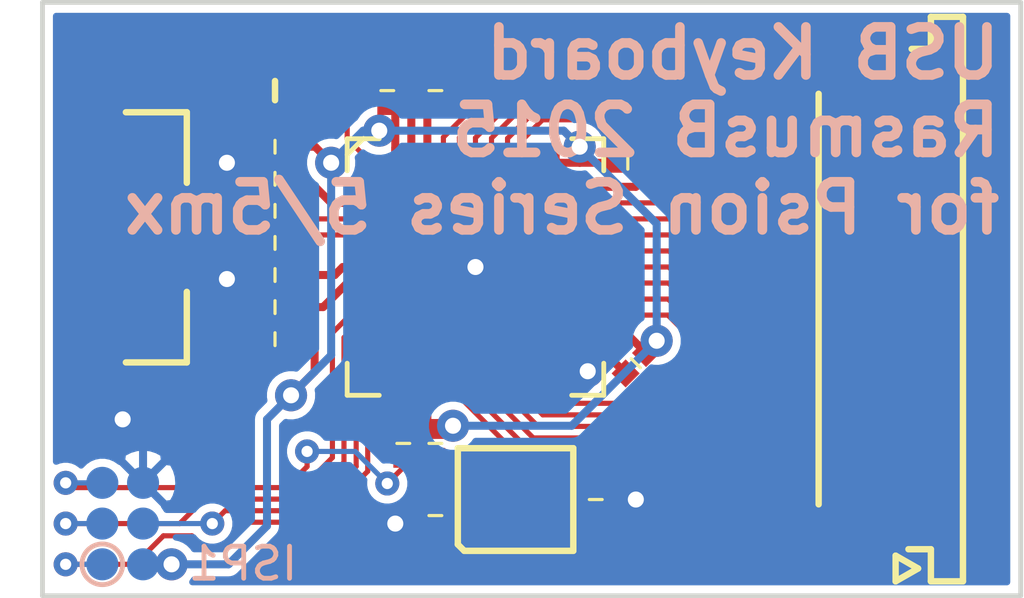
<source format=kicad_pcb>
(kicad_pcb (version 4) (host pcbnew 0.201502101101+5412~21~ubuntu14.04.1-product)

  (general
    (links 77)
    (no_connects 0)
    (area 149.424999 97.674999 180.075001 116.325001)
    (thickness 1.6)
    (drawings 6)
    (tracks 313)
    (zones 0)
    (modules 21)
    (nets 37)
  )

  (page A4)
  (layers
    (0 F.Cu signal)
    (31 B.Cu signal)
    (32 B.Adhes user)
    (33 F.Adhes user)
    (34 B.Paste user)
    (35 F.Paste user)
    (36 B.SilkS user)
    (37 F.SilkS user)
    (38 B.Mask user)
    (39 F.Mask user hide)
    (40 Dwgs.User user)
    (41 Cmts.User user)
    (42 Eco1.User user)
    (43 Eco2.User user)
    (44 Edge.Cuts user)
    (45 Margin user)
    (46 B.CrtYd user)
    (47 F.CrtYd user)
    (48 B.Fab user)
    (49 F.Fab user)
  )

  (setup
    (last_trace_width 0.16)
    (trace_clearance 0.2)
    (zone_clearance 0.25)
    (zone_45_only no)
    (trace_min 0.1524)
    (segment_width 0.2)
    (edge_width 0.15)
    (via_size 0.75)
    (via_drill 0.35)
    (via_min_size 0.6858)
    (via_min_drill 0.3302)
    (uvia_size 0.508)
    (uvia_drill 0.127)
    (uvias_allowed no)
    (uvia_min_size 0.508)
    (uvia_min_drill 0.127)
    (pcb_text_width 0.3)
    (pcb_text_size 1.5 1.5)
    (mod_edge_width 0.15)
    (mod_text_size 1.5 1.5)
    (mod_text_width 0.15)
    (pad_size 1.524 1.524)
    (pad_drill 0.762)
    (pad_to_mask_clearance 0.0762)
    (solder_mask_min_width 0.1524)
    (aux_axis_origin 0 0)
    (visible_elements FFFFFF7F)
    (pcbplotparams
      (layerselection 0x010fc_80000001)
      (usegerberextensions false)
      (excludeedgelayer true)
      (linewidth 0.100000)
      (plotframeref false)
      (viasonmask true)
      (mode 1)
      (useauxorigin false)
      (hpglpennumber 1)
      (hpglpenspeed 20)
      (hpglpendiameter 15)
      (hpglpenoverlay 2)
      (psnegative false)
      (psa4output false)
      (plotreference true)
      (plotvalue true)
      (plotinvisibletext false)
      (padsonsilk true)
      (subtractmaskfromsilk false)
      (outputformat 1)
      (mirror false)
      (drillshape 0)
      (scaleselection 1)
      (outputdirectory gerber/))
  )

  (net 0 "")
  (net 1 /COL_9)
  (net 2 /COL_8)
  (net 3 /COL_7)
  (net 4 /COL_6)
  (net 5 /COL_5)
  (net 6 /COL_4)
  (net 7 /COL_3)
  (net 8 /COL_2)
  (net 9 /ROW_08)
  (net 10 /ROW_07)
  (net 11 /ROW_06)
  (net 12 /COL_1)
  (net 13 /ROW_05)
  (net 14 /ROW_04)
  (net 15 /ROW_03)
  (net 16 /ROW_02)
  (net 17 /ROW_01)
  (net 18 +5V)
  (net 19 GND)
  (net 20 "Net-(C9-Pad1)")
  (net 21 "Net-(C10-Pad1)")
  (net 22 /VARef)
  (net 23 /VUCap)
  (net 24 /MISO)
  (net 25 /SCK)
  (net 26 /MOSI)
  (net 27 /RESET)
  (net 28 "Net-(R1-Pad2)")
  (net 29 "Net-(R2-Pad1)")
  (net 30 "Net-(CON1-Pad2)")
  (net 31 "Net-(CON1-Pad3)")
  (net 32 +5VD)
  (net 33 GNDD)
  (net 34 /COL_12)
  (net 35 /COL_10)
  (net 36 /COL_11)

  (net_class Default "This is the default net class."
    (clearance 0.2)
    (trace_width 0.16)
    (via_dia 0.75)
    (via_drill 0.35)
    (uvia_dia 0.508)
    (uvia_drill 0.127)
    (add_net /COL_1)
    (add_net /COL_10)
    (add_net /COL_11)
    (add_net /COL_12)
    (add_net /COL_2)
    (add_net /COL_3)
    (add_net /COL_4)
    (add_net /COL_5)
    (add_net /COL_6)
    (add_net /COL_7)
    (add_net /COL_8)
    (add_net /COL_9)
    (add_net /MISO)
    (add_net /MOSI)
    (add_net /RESET)
    (add_net /ROW_01)
    (add_net /ROW_02)
    (add_net /ROW_03)
    (add_net /ROW_04)
    (add_net /ROW_05)
    (add_net /ROW_06)
    (add_net /ROW_07)
    (add_net /ROW_08)
    (add_net /SCK)
    (add_net "Net-(C10-Pad1)")
    (add_net "Net-(C9-Pad1)")
    (add_net "Net-(CON1-Pad2)")
    (add_net "Net-(CON1-Pad3)")
    (add_net "Net-(R1-Pad2)")
    (add_net "Net-(R2-Pad1)")
  )

  (net_class Power ""
    (clearance 0.2)
    (trace_width 0.25)
    (via_dia 1)
    (via_drill 0.5)
    (uvia_dia 0.508)
    (uvia_drill 0.127)
    (add_net +5V)
    (add_net +5VD)
    (add_net /VARef)
    (add_net /VUCap)
    (add_net GND)
    (add_net GNDD)
  )

  (module SMD-Connectors:FPC_0.5mm_22p-MOLEX_52437 (layer F.Cu) (tedit 54E0FDEB) (tstamp 54DFBA7E)
    (at 173 107 90)
    (path /54C96280)
    (fp_text reference KB1 (at 0 2.5 90) (layer F.SilkS) hide
      (effects (font (size 1.5 1.5) (thickness 0.2)))
    )
    (fp_text value KEYBOARD-PSION-5MX (at 0 2.5 90) (layer F.SilkS) hide
      (effects (font (size 1.5 1.5) (thickness 0.2)))
    )
    (fp_line (start -8.8 3.1) (end -8 3.1) (layer F.SilkS) (width 0.2))
    (fp_line (start -8 3.1) (end -8.4 3.8) (layer F.SilkS) (width 0.2))
    (fp_line (start -8.4 3.8) (end -8.8 3.1) (layer F.SilkS) (width 0.2))
    (fp_line (start -7.8 3.5) (end -7.8 4.2) (layer F.SilkS) (width 0.2))
    (fp_line (start -7.8 4.2) (end -8.8 4.2) (layer F.SilkS) (width 0.2))
    (fp_line (start -8.8 4.2) (end -8.8 5.2) (layer F.SilkS) (width 0.2))
    (fp_line (start -8.8 5.2) (end 8.8 5.2) (layer F.SilkS) (width 0.2))
    (fp_line (start 8.8 5.2) (end 8.8 4.2) (layer F.SilkS) (width 0.2))
    (fp_line (start 8.8 4.2) (end 7.8 4.2) (layer F.SilkS) (width 0.2))
    (fp_line (start 7.8 4.2) (end 7.8 3.6) (layer F.SilkS) (width 0.2))
    (fp_line (start 5.75 1.3) (end 5.75 1.5) (layer Dwgs.User) (width 0.05))
    (fp_line (start 5.75 1.7) (end 5.75 1.9) (layer Dwgs.User) (width 0.05))
    (fp_line (start 5.75 2.5) (end 5.75 2.7) (layer Dwgs.User) (width 0.05))
    (fp_line (start 5.75 2.1) (end 5.75 2.3) (layer Dwgs.User) (width 0.05))
    (fp_line (start 5.75 2.9) (end 5.75 3.1) (layer Dwgs.User) (width 0.05))
    (fp_line (start 5.75 3.3) (end 5.75 3.5) (layer Dwgs.User) (width 0.05))
    (fp_line (start 5.75 5.7) (end 5.75 5.9) (layer Dwgs.User) (width 0.05))
    (fp_line (start 5.75 5.3) (end 5.75 5.5) (layer Dwgs.User) (width 0.05))
    (fp_line (start 5.75 4.5) (end 5.75 4.7) (layer Dwgs.User) (width 0.05))
    (fp_line (start 5.75 4.9) (end 5.75 5.1) (layer Dwgs.User) (width 0.05))
    (fp_line (start 5.75 4.1) (end 5.75 4.3) (layer Dwgs.User) (width 0.05))
    (fp_line (start 5.75 3.7) (end 5.75 3.9) (layer Dwgs.User) (width 0.05))
    (fp_line (start 5.75 6.9) (end 5.75 7.1) (layer Dwgs.User) (width 0.05))
    (fp_line (start 5.75 6.5) (end 5.75 6.7) (layer Dwgs.User) (width 0.05))
    (fp_line (start 5.75 6.1) (end 5.75 6.3) (layer Dwgs.User) (width 0.05))
    (fp_line (start -5.75 6.1) (end -5.75 6.3) (layer Dwgs.User) (width 0.05))
    (fp_line (start -5.75 6.5) (end -5.75 6.7) (layer Dwgs.User) (width 0.05))
    (fp_line (start -5.75 6.9) (end -5.75 7.1) (layer Dwgs.User) (width 0.05))
    (fp_line (start -5.75 3.7) (end -5.75 3.9) (layer Dwgs.User) (width 0.05))
    (fp_line (start -5.75 4.1) (end -5.75 4.3) (layer Dwgs.User) (width 0.05))
    (fp_line (start -5.75 4.9) (end -5.75 5.1) (layer Dwgs.User) (width 0.05))
    (fp_line (start -5.75 4.5) (end -5.75 4.7) (layer Dwgs.User) (width 0.05))
    (fp_line (start -5.75 5.3) (end -5.75 5.5) (layer Dwgs.User) (width 0.05))
    (fp_line (start -5.75 5.7) (end -5.75 5.9) (layer Dwgs.User) (width 0.05))
    (fp_line (start -5.75 3.3) (end -5.75 3.5) (layer Dwgs.User) (width 0.05))
    (fp_line (start -5.75 2.9) (end -5.75 3.1) (layer Dwgs.User) (width 0.05))
    (fp_line (start -5.75 2.1) (end -5.75 2.3) (layer Dwgs.User) (width 0.05))
    (fp_line (start -5.75 2.5) (end -5.75 2.7) (layer Dwgs.User) (width 0.05))
    (fp_line (start -5.75 1.7) (end -5.75 1.9) (layer Dwgs.User) (width 0.05))
    (fp_line (start -5.75 1.3) (end -5.75 1.5) (layer Dwgs.User) (width 0.05))
    (fp_line (start 4.7 1.2) (end 4.9 1.2) (layer Dwgs.User) (width 0.05))
    (fp_line (start 5.1 1.2) (end 5.3 1.2) (layer Dwgs.User) (width 0.05))
    (fp_line (start 5.5 1.2) (end 5.7 1.2) (layer Dwgs.User) (width 0.05))
    (fp_line (start 4.3 1.2) (end 4.5 1.2) (layer Dwgs.User) (width 0.05))
    (fp_line (start -2.1 1.2) (end -1.9 1.2) (layer Dwgs.User) (width 0.05))
    (fp_line (start -1.7 1.2) (end -1.5 1.2) (layer Dwgs.User) (width 0.05))
    (fp_line (start -0.9 1.2) (end -0.7 1.2) (layer Dwgs.User) (width 0.05))
    (fp_line (start -1.3 1.2) (end -1.1 1.2) (layer Dwgs.User) (width 0.05))
    (fp_line (start 0.3 1.2) (end 0.5 1.2) (layer Dwgs.User) (width 0.05))
    (fp_line (start 0.7 1.2) (end 0.9 1.2) (layer Dwgs.User) (width 0.05))
    (fp_line (start -0.1 1.2) (end 0.1 1.2) (layer Dwgs.User) (width 0.05))
    (fp_line (start -0.5 1.2) (end -0.3 1.2) (layer Dwgs.User) (width 0.05))
    (fp_line (start 2.7 1.2) (end 2.9 1.2) (layer Dwgs.User) (width 0.05))
    (fp_line (start 3.1 1.2) (end 3.3 1.2) (layer Dwgs.User) (width 0.05))
    (fp_line (start 3.9 1.2) (end 4.1 1.2) (layer Dwgs.User) (width 0.05))
    (fp_line (start 3.5 1.2) (end 3.7 1.2) (layer Dwgs.User) (width 0.05))
    (fp_line (start 1.9 1.2) (end 2.1 1.2) (layer Dwgs.User) (width 0.05))
    (fp_line (start 2.3 1.2) (end 2.5 1.2) (layer Dwgs.User) (width 0.05))
    (fp_line (start 1.5 1.2) (end 1.7 1.2) (layer Dwgs.User) (width 0.05))
    (fp_line (start 1.1 1.2) (end 1.3 1.2) (layer Dwgs.User) (width 0.05))
    (fp_line (start -5.3 1.2) (end -5.1 1.2) (layer Dwgs.User) (width 0.05))
    (fp_line (start -4.9 1.2) (end -4.7 1.2) (layer Dwgs.User) (width 0.05))
    (fp_line (start -4.1 1.2) (end -3.9 1.2) (layer Dwgs.User) (width 0.05))
    (fp_line (start -4.5 1.2) (end -4.3 1.2) (layer Dwgs.User) (width 0.05))
    (fp_line (start -2.9 1.2) (end -2.7 1.2) (layer Dwgs.User) (width 0.05))
    (fp_line (start -2.5 1.2) (end -2.3 1.2) (layer Dwgs.User) (width 0.05))
    (fp_line (start -3.3 1.2) (end -3.1 1.2) (layer Dwgs.User) (width 0.05))
    (fp_line (start -3.7 1.2) (end -3.5 1.2) (layer Dwgs.User) (width 0.05))
    (fp_line (start -5.7 1.2) (end -5.5 1.2) (layer Dwgs.User) (width 0.05))
    (fp_line (start -8.5 5.8) (end -8.3 5.8) (layer Dwgs.User) (width 0.05))
    (fp_line (start -8.1 5.8) (end -7.9 5.8) (layer Dwgs.User) (width 0.05))
    (fp_line (start -7.3 5.8) (end -7.1 5.8) (layer Dwgs.User) (width 0.05))
    (fp_line (start -7.7 5.8) (end -7.5 5.8) (layer Dwgs.User) (width 0.05))
    (fp_line (start -6.1 5.8) (end -5.9 5.8) (layer Dwgs.User) (width 0.05))
    (fp_line (start -5.7 5.8) (end -5.5 5.8) (layer Dwgs.User) (width 0.05))
    (fp_line (start -6.5 5.8) (end -6.3 5.8) (layer Dwgs.User) (width 0.05))
    (fp_line (start -6.9 5.8) (end -6.7 5.8) (layer Dwgs.User) (width 0.05))
    (fp_line (start -3.7 5.8) (end -3.5 5.8) (layer Dwgs.User) (width 0.05))
    (fp_line (start -3.3 5.8) (end -3.1 5.8) (layer Dwgs.User) (width 0.05))
    (fp_line (start -2.5 5.8) (end -2.3 5.8) (layer Dwgs.User) (width 0.05))
    (fp_line (start -2.9 5.8) (end -2.7 5.8) (layer Dwgs.User) (width 0.05))
    (fp_line (start -4.5 5.8) (end -4.3 5.8) (layer Dwgs.User) (width 0.05))
    (fp_line (start -4.1 5.8) (end -3.9 5.8) (layer Dwgs.User) (width 0.05))
    (fp_line (start -4.9 5.8) (end -4.7 5.8) (layer Dwgs.User) (width 0.05))
    (fp_line (start -5.3 5.8) (end -5.1 5.8) (layer Dwgs.User) (width 0.05))
    (fp_line (start 1.1 5.8) (end 1.3 5.8) (layer Dwgs.User) (width 0.05))
    (fp_line (start 1.5 5.8) (end 1.7 5.8) (layer Dwgs.User) (width 0.05))
    (fp_line (start 2.3 5.8) (end 2.5 5.8) (layer Dwgs.User) (width 0.05))
    (fp_line (start 1.9 5.8) (end 2.1 5.8) (layer Dwgs.User) (width 0.05))
    (fp_line (start 3.5 5.8) (end 3.7 5.8) (layer Dwgs.User) (width 0.05))
    (fp_line (start 3.9 5.8) (end 4.1 5.8) (layer Dwgs.User) (width 0.05))
    (fp_line (start 3.1 5.8) (end 3.3 5.8) (layer Dwgs.User) (width 0.05))
    (fp_line (start 2.7 5.8) (end 2.9 5.8) (layer Dwgs.User) (width 0.05))
    (fp_line (start -0.5 5.8) (end -0.3 5.8) (layer Dwgs.User) (width 0.05))
    (fp_line (start -0.1 5.8) (end 0.1 5.8) (layer Dwgs.User) (width 0.05))
    (fp_line (start 0.7 5.8) (end 0.9 5.8) (layer Dwgs.User) (width 0.05))
    (fp_line (start 0.3 5.8) (end 0.5 5.8) (layer Dwgs.User) (width 0.05))
    (fp_line (start -1.3 5.8) (end -1.1 5.8) (layer Dwgs.User) (width 0.05))
    (fp_line (start -0.9 5.8) (end -0.7 5.8) (layer Dwgs.User) (width 0.05))
    (fp_line (start -1.7 5.8) (end -1.5 5.8) (layer Dwgs.User) (width 0.05))
    (fp_line (start -2.1 5.8) (end -1.9 5.8) (layer Dwgs.User) (width 0.05))
    (fp_line (start 6.3 5.8) (end 6.5 5.8) (layer Dwgs.User) (width 0.05))
    (fp_line (start 6.7 5.8) (end 6.9 5.8) (layer Dwgs.User) (width 0.05))
    (fp_line (start 7.5 5.8) (end 7.7 5.8) (layer Dwgs.User) (width 0.05))
    (fp_line (start 7.1 5.8) (end 7.3 5.8) (layer Dwgs.User) (width 0.05))
    (fp_line (start 8.3 5.8) (end 8.5 5.8) (layer Dwgs.User) (width 0.05))
    (fp_line (start 7.9 5.8) (end 8.1 5.8) (layer Dwgs.User) (width 0.05))
    (fp_line (start 4.3 5.8) (end 4.5 5.8) (layer Dwgs.User) (width 0.05))
    (fp_line (start 5.5 5.8) (end 5.7 5.8) (layer Dwgs.User) (width 0.05))
    (fp_line (start 5.9 5.8) (end 6.1 5.8) (layer Dwgs.User) (width 0.05))
    (fp_line (start 5.1 5.8) (end 5.3 5.8) (layer Dwgs.User) (width 0.05))
    (fp_line (start 4.7 5.8) (end 4.9 5.8) (layer Dwgs.User) (width 0.05))
    (fp_line (start 8.7 5.8) (end 8.8 5.8) (layer Dwgs.User) (width 0.05))
    (fp_line (start -8.8 5.8) (end -8.7 5.8) (layer Dwgs.User) (width 0.05))
    (fp_line (start 8.7 6.8) (end 8.8 6.8) (layer Dwgs.User) (width 0.05))
    (fp_line (start 7.8 5.4) (end 7.8 5.6) (layer Dwgs.User) (width 0.05))
    (fp_line (start 8.8 5.8) (end 8.8 6) (layer Dwgs.User) (width 0.05))
    (fp_line (start 8.8 6.2) (end 8.8 6.4) (layer Dwgs.User) (width 0.05))
    (fp_line (start 8.8 6.6) (end 8.8 6.8) (layer Dwgs.User) (width 0.05))
    (fp_line (start 4.7 6.8) (end 4.9 6.8) (layer Dwgs.User) (width 0.05))
    (fp_line (start 5.1 6.8) (end 5.3 6.8) (layer Dwgs.User) (width 0.05))
    (fp_line (start 5.9 6.8) (end 6.1 6.8) (layer Dwgs.User) (width 0.05))
    (fp_line (start 5.5 6.8) (end 5.7 6.8) (layer Dwgs.User) (width 0.05))
    (fp_line (start 4.3 6.8) (end 4.5 6.8) (layer Dwgs.User) (width 0.05))
    (fp_line (start 7.9 6.8) (end 8.1 6.8) (layer Dwgs.User) (width 0.05))
    (fp_line (start 8.3 6.8) (end 8.5 6.8) (layer Dwgs.User) (width 0.05))
    (fp_line (start 7.1 6.8) (end 7.3 6.8) (layer Dwgs.User) (width 0.05))
    (fp_line (start 7.5 6.8) (end 7.7 6.8) (layer Dwgs.User) (width 0.05))
    (fp_line (start 6.7 6.8) (end 6.9 6.8) (layer Dwgs.User) (width 0.05))
    (fp_line (start 6.3 6.8) (end 6.5 6.8) (layer Dwgs.User) (width 0.05))
    (fp_line (start -2.1 6.8) (end -1.9 6.8) (layer Dwgs.User) (width 0.05))
    (fp_line (start -1.7 6.8) (end -1.5 6.8) (layer Dwgs.User) (width 0.05))
    (fp_line (start -0.9 6.8) (end -0.7 6.8) (layer Dwgs.User) (width 0.05))
    (fp_line (start -1.3 6.8) (end -1.1 6.8) (layer Dwgs.User) (width 0.05))
    (fp_line (start 0.3 6.8) (end 0.5 6.8) (layer Dwgs.User) (width 0.05))
    (fp_line (start 0.7 6.8) (end 0.9 6.8) (layer Dwgs.User) (width 0.05))
    (fp_line (start -0.1 6.8) (end 0.1 6.8) (layer Dwgs.User) (width 0.05))
    (fp_line (start -0.5 6.8) (end -0.3 6.8) (layer Dwgs.User) (width 0.05))
    (fp_line (start 2.7 6.8) (end 2.9 6.8) (layer Dwgs.User) (width 0.05))
    (fp_line (start 3.1 6.8) (end 3.3 6.8) (layer Dwgs.User) (width 0.05))
    (fp_line (start 3.9 6.8) (end 4.1 6.8) (layer Dwgs.User) (width 0.05))
    (fp_line (start 3.5 6.8) (end 3.7 6.8) (layer Dwgs.User) (width 0.05))
    (fp_line (start 1.9 6.8) (end 2.1 6.8) (layer Dwgs.User) (width 0.05))
    (fp_line (start 2.3 6.8) (end 2.5 6.8) (layer Dwgs.User) (width 0.05))
    (fp_line (start 1.5 6.8) (end 1.7 6.8) (layer Dwgs.User) (width 0.05))
    (fp_line (start 1.1 6.8) (end 1.3 6.8) (layer Dwgs.User) (width 0.05))
    (fp_line (start -5.3 6.8) (end -5.1 6.8) (layer Dwgs.User) (width 0.05))
    (fp_line (start -4.9 6.8) (end -4.7 6.8) (layer Dwgs.User) (width 0.05))
    (fp_line (start -4.1 6.8) (end -3.9 6.8) (layer Dwgs.User) (width 0.05))
    (fp_line (start -4.5 6.8) (end -4.3 6.8) (layer Dwgs.User) (width 0.05))
    (fp_line (start -2.9 6.8) (end -2.7 6.8) (layer Dwgs.User) (width 0.05))
    (fp_line (start -2.5 6.8) (end -2.3 6.8) (layer Dwgs.User) (width 0.05))
    (fp_line (start -3.3 6.8) (end -3.1 6.8) (layer Dwgs.User) (width 0.05))
    (fp_line (start -3.7 6.8) (end -3.5 6.8) (layer Dwgs.User) (width 0.05))
    (fp_line (start -6.9 6.8) (end -6.7 6.8) (layer Dwgs.User) (width 0.05))
    (fp_line (start -6.5 6.8) (end -6.3 6.8) (layer Dwgs.User) (width 0.05))
    (fp_line (start -5.7 6.8) (end -5.5 6.8) (layer Dwgs.User) (width 0.05))
    (fp_line (start -6.1 6.8) (end -5.9 6.8) (layer Dwgs.User) (width 0.05))
    (fp_line (start -7.7 6.8) (end -7.5 6.8) (layer Dwgs.User) (width 0.05))
    (fp_line (start -7.3 6.8) (end -7.1 6.8) (layer Dwgs.User) (width 0.05))
    (fp_line (start -8.1 6.8) (end -7.9 6.8) (layer Dwgs.User) (width 0.05))
    (fp_line (start -8.5 6.8) (end -8.3 6.8) (layer Dwgs.User) (width 0.05))
    (fp_line (start -8.8 6.8) (end -8.7 6.8) (layer Dwgs.User) (width 0.05))
    (fp_line (start -8.8 6.6) (end -8.8 6.8) (layer Dwgs.User) (width 0.05))
    (fp_line (start -8.8 6.2) (end -8.8 6.4) (layer Dwgs.User) (width 0.05))
    (fp_line (start -8.8 5.8) (end -8.8 6) (layer Dwgs.User) (width 0.05))
    (fp_line (start -7.8 5.4) (end -7.8 5.6) (layer Dwgs.User) (width 0.05))
    (fp_line (start 8.8 4.2) (end 8.8 5.2) (layer Dwgs.User) (width 0.05))
    (fp_line (start -8.8 4.2) (end -8.8 5.2) (layer Dwgs.User) (width 0.05))
    (fp_line (start -7.8 0.7) (end -7.8 4.2) (layer Dwgs.User) (width 0.05))
    (fp_line (start -8.8 4.2) (end 8.8 4.2) (layer Dwgs.User) (width 0.05))
    (fp_line (start 7.8 4.2) (end 7.8 0.7) (layer Dwgs.User) (width 0.05))
    (fp_line (start 7.8 0.7) (end -7.8 0.7) (layer Dwgs.User) (width 0.05))
    (fp_line (start 8.8 5.2) (end -8.8 5.2) (layer Dwgs.User) (width 0.05))
    (fp_line (start -6.4 0.7) (end 6.4 0.7) (layer F.SilkS) (width 0.2))
    (pad "" smd rect (at 6.1 1.6 90) (size 0.8 1.3) (layers Eco2.User))
    (pad "" smd rect (at 8.35 1.5 90) (size 1.1 2.2) (layers F.Cu F.Paste F.Mask))
    (pad "" smd rect (at 7.15 1.925 90) (size 1.3 3.05) (layers F.Cu F.Paste F.Mask))
    (pad 1 smd rect (at -5.25 0 90) (size 0.3 0.8) (layers F.Cu F.Paste F.Mask))
    (pad 2 smd rect (at -4.75 0 90) (size 0.3 0.8) (layers F.Cu F.Paste F.Mask)
      (net 1 /COL_9))
    (pad 3 smd rect (at -4.25 0 90) (size 0.3 0.8) (layers F.Cu F.Paste F.Mask)
      (net 34 /COL_12))
    (pad 4 smd rect (at -3.75 0 90) (size 0.3 0.8) (layers F.Cu F.Paste F.Mask)
      (net 35 /COL_10))
    (pad 5 smd rect (at -3.25 0 90) (size 0.3 0.8) (layers F.Cu F.Paste F.Mask)
      (net 36 /COL_11))
    (pad 6 smd rect (at -2.75 0 90) (size 0.3 0.8) (layers F.Cu F.Paste F.Mask)
      (net 2 /COL_8))
    (pad 7 smd rect (at -2.25 0 90) (size 0.3 0.8) (layers F.Cu F.Paste F.Mask)
      (net 3 /COL_7))
    (pad 8 smd rect (at -1.75 0 90) (size 0.3 0.8) (layers F.Cu F.Paste F.Mask)
      (net 7 /COL_3))
    (pad 9 smd rect (at -1.25 0 90) (size 0.3 0.8) (layers F.Cu F.Paste F.Mask)
      (net 6 /COL_4))
    (pad 10 smd rect (at -0.75 0 90) (size 0.3 0.8) (layers F.Cu F.Paste F.Mask)
      (net 5 /COL_5))
    (pad 11 smd rect (at -0.25 0 90) (size 0.3 0.8) (layers F.Cu F.Paste F.Mask)
      (net 4 /COL_6))
    (pad 12 smd rect (at 0.25 0 90) (size 0.3 0.8) (layers F.Cu F.Paste F.Mask)
      (net 8 /COL_2))
    (pad 13 smd rect (at 0.75 0 90) (size 0.3 0.8) (layers F.Cu F.Paste F.Mask)
      (net 15 /ROW_03))
    (pad 14 smd rect (at 1.25 0 90) (size 0.3 0.8) (layers F.Cu F.Paste F.Mask)
      (net 14 /ROW_04))
    (pad 15 smd rect (at 1.75 0 90) (size 0.3 0.8) (layers F.Cu F.Paste F.Mask)
      (net 13 /ROW_05))
    (pad 16 smd rect (at 2.25 0 90) (size 0.3 0.8) (layers F.Cu F.Paste F.Mask)
      (net 12 /COL_1))
    (pad 17 smd rect (at 2.75 0 90) (size 0.3 0.8) (layers F.Cu F.Paste F.Mask)
      (net 16 /ROW_02))
    (pad 18 smd rect (at 3.25 0 90) (size 0.3 0.8) (layers F.Cu F.Paste F.Mask)
      (net 11 /ROW_06))
    (pad 19 smd rect (at 3.75 0 90) (size 0.3 0.8) (layers F.Cu F.Paste F.Mask)
      (net 9 /ROW_08))
    (pad 20 smd rect (at 4.25 0 90) (size 0.3 0.8) (layers F.Cu F.Paste F.Mask)
      (net 10 /ROW_07))
    (pad 21 smd rect (at 4.75 0 90) (size 0.3 0.8) (layers F.Cu F.Paste F.Mask)
      (net 17 /ROW_01))
    (pad 22 smd rect (at 5.25 0 90) (size 0.3 0.8) (layers F.Cu F.Paste F.Mask))
    (pad "" smd rect (at -7.15 1.925 90) (size 1.3 3.05) (layers F.Cu F.Paste F.Mask))
    (pad "" smd rect (at -8.35 1.5 90) (size 1.1 2.2) (layers F.Cu F.Paste F.Mask))
    (pad "" smd rect (at -6.1 1.6 90) (size 0.8 1.3) (layers Eco2.User))
  )

  (module SMD-QFN:VQFN-44_ATMEL (layer F.Cu) (tedit 54E0FDE0) (tstamp 54DFBAAF)
    (at 163 106 270)
    (path /54DFC9B2)
    (fp_text reference U1 (at 0 0 270) (layer F.SilkS) hide
      (effects (font (size 1 1) (thickness 0.15)))
    )
    (fp_text value ATMEGA32U4-QFN44 (at 0 0 270) (layer F.Fab)
      (effects (font (size 1 1) (thickness 0.15)))
    )
    (fp_line (start -4 3.5) (end -3.5 4) (layer F.SilkS) (width 0.15))
    (fp_line (start -4 3) (end -4 4) (layer F.SilkS) (width 0.15))
    (fp_line (start -4 4) (end -3 4) (layer F.SilkS) (width 0.15))
    (fp_line (start 4 3) (end 4 4) (layer F.SilkS) (width 0.15))
    (fp_line (start 4 4) (end 3 4) (layer F.SilkS) (width 0.15))
    (fp_line (start 3 -4) (end 4 -4) (layer F.SilkS) (width 0.15))
    (fp_line (start 4 -4) (end 4 -3) (layer F.SilkS) (width 0.15))
    (fp_line (start -4 -3) (end -4 -4) (layer F.SilkS) (width 0.15))
    (fp_line (start -4 -4) (end -3 -4) (layer F.SilkS) (width 0.15))
    (fp_line (start -3.5 3.5) (end 3.5 3.5) (layer Dwgs.User) (width 0.05))
    (fp_line (start 3.5 3.5) (end 3.5 -3.5) (layer Dwgs.User) (width 0.05))
    (fp_line (start 3.5 -3.5) (end -3.5 -3.5) (layer Dwgs.User) (width 0.05))
    (fp_line (start -3.5 -3.5) (end -3.5 3.5) (layer Dwgs.User) (width 0.05))
    (pad 1 smd rect (at -2.5 3.325 270) (size 0.25 0.85) (layers F.Cu F.Paste F.Mask)
      (net 17 /ROW_01))
    (pad 2 smd rect (at -2 3.325 270) (size 0.25 0.85) (layers F.Cu F.Paste F.Mask)
      (net 18 +5V))
    (pad 3 smd rect (at -1.5 3.325 270) (size 0.25 0.85) (layers F.Cu F.Paste F.Mask)
      (net 28 "Net-(R1-Pad2)"))
    (pad 4 smd rect (at -1 3.325 270) (size 0.25 0.85) (layers F.Cu F.Paste F.Mask)
      (net 29 "Net-(R2-Pad1)"))
    (pad 5 smd rect (at -0.5 3.325 270) (size 0.25 0.85) (layers F.Cu F.Paste F.Mask)
      (net 19 GND))
    (pad 6 smd rect (at 0 3.325 270) (size 0.25 0.85) (layers F.Cu F.Paste F.Mask)
      (net 23 /VUCap))
    (pad 7 smd rect (at 0.5 3.325 270) (size 0.25 0.85) (layers F.Cu F.Paste F.Mask)
      (net 18 +5V))
    (pad 8 smd rect (at 1 3.325 270) (size 0.25 0.85) (layers F.Cu F.Paste F.Mask))
    (pad 9 smd rect (at 1.5 3.325 270) (size 0.25 0.85) (layers F.Cu F.Paste F.Mask)
      (net 25 /SCK))
    (pad 10 smd rect (at 2 3.325 270) (size 0.25 0.85) (layers F.Cu F.Paste F.Mask)
      (net 26 /MOSI))
    (pad 11 smd rect (at 2.5 3.325 270) (size 0.25 0.85) (layers F.Cu F.Paste F.Mask)
      (net 24 /MISO))
    (pad 12 smd rect (at 3.325 2.5) (size 0.25 0.85) (layers F.Cu F.Paste F.Mask)
      (net 1 /COL_9))
    (pad 13 smd rect (at 3.325 2) (size 0.25 0.85) (layers F.Cu F.Paste F.Mask)
      (net 27 /RESET))
    (pad 14 smd rect (at 3.325 1.5) (size 0.25 0.85) (layers F.Cu F.Paste F.Mask)
      (net 18 +5V))
    (pad 15 smd rect (at 3.325 1) (size 0.25 0.85) (layers F.Cu F.Paste F.Mask)
      (net 19 GND))
    (pad 16 smd rect (at 3.325 0.5) (size 0.25 0.85) (layers F.Cu F.Paste F.Mask)
      (net 20 "Net-(C9-Pad1)"))
    (pad 17 smd rect (at 3.325 0) (size 0.25 0.85) (layers F.Cu F.Paste F.Mask)
      (net 21 "Net-(C10-Pad1)"))
    (pad 18 smd rect (at 3.325 -0.5) (size 0.25 0.85) (layers F.Cu F.Paste F.Mask)
      (net 34 /COL_12))
    (pad 19 smd rect (at 3.325 -1) (size 0.25 0.85) (layers F.Cu F.Paste F.Mask)
      (net 35 /COL_10))
    (pad 20 smd rect (at 3.325 -1.5) (size 0.25 0.85) (layers F.Cu F.Paste F.Mask)
      (net 36 /COL_11))
    (pad 21 smd rect (at 3.325 -2) (size 0.25 0.85) (layers F.Cu F.Paste F.Mask)
      (net 2 /COL_8))
    (pad 22 smd rect (at 3.325 -2.5) (size 0.25 0.85) (layers F.Cu F.Paste F.Mask))
    (pad 23 smd rect (at 2.5 -3.325 90) (size 0.25 0.85) (layers F.Cu F.Paste F.Mask)
      (net 19 GND))
    (pad 24 smd rect (at 2 -3.325 90) (size 0.25 0.85) (layers F.Cu F.Paste F.Mask)
      (net 18 +5V))
    (pad 25 smd rect (at 1.5 -3.325 90) (size 0.25 0.85) (layers F.Cu F.Paste F.Mask)
      (net 3 /COL_7))
    (pad 26 smd rect (at 1 -3.325 90) (size 0.25 0.85) (layers F.Cu F.Paste F.Mask)
      (net 7 /COL_3))
    (pad 27 smd rect (at 0.5 -3.325 90) (size 0.25 0.85) (layers F.Cu F.Paste F.Mask)
      (net 6 /COL_4))
    (pad 28 smd rect (at 0 -3.325 90) (size 0.25 0.85) (layers F.Cu F.Paste F.Mask)
      (net 5 /COL_5))
    (pad 29 smd rect (at -0.5 -3.325 90) (size 0.25 0.85) (layers F.Cu F.Paste F.Mask)
      (net 4 /COL_6))
    (pad 30 smd rect (at -1 -3.325 90) (size 0.25 0.85) (layers F.Cu F.Paste F.Mask)
      (net 8 /COL_2))
    (pad 31 smd rect (at -1.5 -3.325 90) (size 0.25 0.85) (layers F.Cu F.Paste F.Mask)
      (net 15 /ROW_03))
    (pad 32 smd rect (at -2 -3.325 90) (size 0.25 0.85) (layers F.Cu F.Paste F.Mask)
      (net 14 /ROW_04))
    (pad 33 smd rect (at -2.5 -3.325 90) (size 0.25 0.85) (layers F.Cu F.Paste F.Mask)
      (net 19 GND))
    (pad 34 smd rect (at -3.325 -2.5 180) (size 0.25 0.85) (layers F.Cu F.Paste F.Mask)
      (net 18 +5V))
    (pad 35 smd rect (at -3.325 -2 180) (size 0.25 0.85) (layers F.Cu F.Paste F.Mask)
      (net 19 GND))
    (pad 36 smd rect (at -3.325 -1.5 180) (size 0.25 0.85) (layers F.Cu F.Paste F.Mask)
      (net 13 /ROW_05))
    (pad 37 smd rect (at -3.325 -1 180) (size 0.25 0.85) (layers F.Cu F.Paste F.Mask)
      (net 12 /COL_1))
    (pad 38 smd rect (at -3.325 -0.5 180) (size 0.25 0.85) (layers F.Cu F.Paste F.Mask)
      (net 16 /ROW_02))
    (pad 39 smd rect (at -3.325 0 180) (size 0.25 0.85) (layers F.Cu F.Paste F.Mask)
      (net 11 /ROW_06))
    (pad 40 smd rect (at -3.325 0.5 180) (size 0.25 0.85) (layers F.Cu F.Paste F.Mask)
      (net 9 /ROW_08))
    (pad 41 smd rect (at -3.325 1 180) (size 0.25 0.85) (layers F.Cu F.Paste F.Mask)
      (net 10 /ROW_07))
    (pad 42 smd rect (at -3.325 1.5 180) (size 0.25 0.85) (layers F.Cu F.Paste F.Mask)
      (net 22 /VARef))
    (pad 43 smd rect (at -3.325 2 180) (size 0.25 0.85) (layers F.Cu F.Paste F.Mask)
      (net 19 GND))
    (pad 44 smd rect (at -3.325 2.5 180) (size 0.25 0.85) (layers F.Cu F.Paste F.Mask)
      (net 18 +5V))
    (pad 45 smd rect (at 0 0 270) (size 5.2 5.2) (layers F.Cu F.Paste F.Mask)
      (net 19 GND))
  )

  (module SMD-XTAL:2.5x2mm (layer F.Cu) (tedit 54E0FDF2) (tstamp 54E0D5EF)
    (at 164.25 113.25)
    (path /54DFDB4F)
    (fp_text reference X1 (at 0 0 90) (layer F.SilkS) hide
      (effects (font (size 0.5 0.5) (thickness 0.05)))
    )
    (fp_text value CRYSTAL-4pin (at 0 0) (layer F.SilkS) hide
      (effects (font (size 0.5 0.5) (thickness 0.05)))
    )
    (fp_line (start -1.8 -1.6) (end -1.8 1.4) (layer F.SilkS) (width 0.2))
    (fp_line (start -1.8 1.4) (end -1.6 1.6) (layer F.SilkS) (width 0.2))
    (fp_line (start -1.6 1.6) (end 1.8 1.6) (layer F.SilkS) (width 0.2))
    (fp_line (start 1.8 1.6) (end 1.8 -1.6) (layer F.SilkS) (width 0.2))
    (fp_line (start 1.8 -1.6) (end -1.8 -1.6) (layer F.SilkS) (width 0.2))
    (fp_line (start -1.7 -1.5) (end 1.7 -1.5) (layer Dwgs.User) (width 0.05))
    (fp_line (start 1.7 -1.5) (end 1.7 1.5) (layer Dwgs.User) (width 0.05))
    (fp_line (start 1.7 1.5) (end -1.7 1.5) (layer Dwgs.User) (width 0.05))
    (fp_line (start -1.7 1.5) (end -1.7 -1.5) (layer Dwgs.User) (width 0.05))
    (fp_line (start -1.3 -1.05) (end 1.3 -1.05) (layer Dwgs.User) (width 0.05))
    (fp_line (start 1.3 -1.05) (end 1.3 1.05) (layer Dwgs.User) (width 0.05))
    (fp_line (start 1.3 1.05) (end -1.3 1.05) (layer Dwgs.User) (width 0.05))
    (fp_line (start -1.3 1.05) (end -1.3 -1.05) (layer Dwgs.User) (width 0.05))
    (pad 1 smd rect (at -0.925 0.775) (size 1 0.9) (layers F.Cu F.Paste F.Mask)
      (net 20 "Net-(C9-Pad1)"))
    (pad 2 smd rect (at 0.925 0.775) (size 1 0.9) (layers F.Cu F.Paste F.Mask)
      (net 19 GND))
    (pad 3 smd rect (at 0.925 -0.775) (size 1 0.9) (layers F.Cu F.Paste F.Mask)
      (net 21 "Net-(C10-Pad1)"))
    (pad 4 smd rect (at -0.925 -0.775) (size 1 0.9) (layers F.Cu F.Paste F.Mask)
      (net 19 GND))
    (model ../../common/kicad-rb-pretty/3D/SMD-XTAL/crystal_4pins_smd.wrl
      (at (xyz 0 0 0))
      (scale (xyz 0.19 0.19 0.19))
      (rotate (xyz 0 0 0))
    )
  )

  (module SMD-DiscreteB:0402-1005 (layer F.Cu) (tedit 54E0FDCA) (tstamp 54E0D6EA)
    (at 156.75 102.25 180)
    (path /54DFC0CB)
    (attr smd)
    (fp_text reference C1 (at 0 0 180) (layer F.SilkS) hide
      (effects (font (size 1 1) (thickness 0.2)))
    )
    (fp_text value 1µ (at 0 0 180) (layer F.SilkS) hide
      (effects (font (size 1 1) (thickness 0.2)))
    )
    (fp_line (start 0 -0.2) (end 0 0.2) (layer F.SilkS) (width 0.1))
    (fp_line (start -0.95 -0.5) (end 0.95 -0.5) (layer Dwgs.User) (width 0.05))
    (fp_line (start 0.95 -0.5) (end 0.95 0.5) (layer Dwgs.User) (width 0.05))
    (fp_line (start 0.95 0.5) (end -0.95 0.5) (layer Dwgs.User) (width 0.05))
    (fp_line (start -0.95 0.5) (end -0.95 -0.5) (layer Dwgs.User) (width 0.05))
    (fp_line (start -0.5 -0.25) (end 0.5 -0.25) (layer Dwgs.User) (width 0.05))
    (fp_line (start 0.5 -0.25) (end 0.5 0.25) (layer Dwgs.User) (width 0.05))
    (fp_line (start 0.5 0.25) (end -0.5 0.25) (layer Dwgs.User) (width 0.05))
    (fp_line (start -0.5 0.25) (end -0.5 -0.25) (layer Dwgs.User) (width 0.05))
    (pad 1 smd rect (at -0.45 0 180) (size 0.62 0.62) (layers F.Cu F.Paste F.Mask)
      (net 18 +5V))
    (pad 2 smd rect (at 0.45 0 180) (size 0.62 0.62) (layers F.Cu F.Paste F.Mask)
      (net 19 GND))
  )

  (module SMD-DiscreteB:0402-1005 (layer F.Cu) (tedit 54E0FDCC) (tstamp 54E0D6EF)
    (at 156.75 103.25 180)
    (path /54DFEA52)
    (attr smd)
    (fp_text reference C2 (at 0 0 180) (layer F.SilkS) hide
      (effects (font (size 1 1) (thickness 0.2)))
    )
    (fp_text value 100n (at 0 0 180) (layer F.SilkS) hide
      (effects (font (size 1 1) (thickness 0.2)))
    )
    (fp_line (start 0 -0.2) (end 0 0.2) (layer F.SilkS) (width 0.1))
    (fp_line (start -0.95 -0.5) (end 0.95 -0.5) (layer Dwgs.User) (width 0.05))
    (fp_line (start 0.95 -0.5) (end 0.95 0.5) (layer Dwgs.User) (width 0.05))
    (fp_line (start 0.95 0.5) (end -0.95 0.5) (layer Dwgs.User) (width 0.05))
    (fp_line (start -0.95 0.5) (end -0.95 -0.5) (layer Dwgs.User) (width 0.05))
    (fp_line (start -0.5 -0.25) (end 0.5 -0.25) (layer Dwgs.User) (width 0.05))
    (fp_line (start 0.5 -0.25) (end 0.5 0.25) (layer Dwgs.User) (width 0.05))
    (fp_line (start 0.5 0.25) (end -0.5 0.25) (layer Dwgs.User) (width 0.05))
    (fp_line (start -0.5 0.25) (end -0.5 -0.25) (layer Dwgs.User) (width 0.05))
    (pad 1 smd rect (at -0.45 0 180) (size 0.62 0.62) (layers F.Cu F.Paste F.Mask)
      (net 18 +5V))
    (pad 2 smd rect (at 0.45 0 180) (size 0.62 0.62) (layers F.Cu F.Paste F.Mask)
      (net 19 GND))
  )

  (module SMD-DiscreteB:0402-1005 (layer F.Cu) (tedit 54E0FDDC) (tstamp 54E0D6F4)
    (at 156.75 108.25)
    (path /54DFCF6B)
    (attr smd)
    (fp_text reference C3 (at 0 0) (layer F.SilkS) hide
      (effects (font (size 1 1) (thickness 0.2)))
    )
    (fp_text value 10n (at 0 0) (layer F.SilkS) hide
      (effects (font (size 1 1) (thickness 0.2)))
    )
    (fp_line (start 0 -0.2) (end 0 0.2) (layer F.SilkS) (width 0.1))
    (fp_line (start -0.95 -0.5) (end 0.95 -0.5) (layer Dwgs.User) (width 0.05))
    (fp_line (start 0.95 -0.5) (end 0.95 0.5) (layer Dwgs.User) (width 0.05))
    (fp_line (start 0.95 0.5) (end -0.95 0.5) (layer Dwgs.User) (width 0.05))
    (fp_line (start -0.95 0.5) (end -0.95 -0.5) (layer Dwgs.User) (width 0.05))
    (fp_line (start -0.5 -0.25) (end 0.5 -0.25) (layer Dwgs.User) (width 0.05))
    (fp_line (start 0.5 -0.25) (end 0.5 0.25) (layer Dwgs.User) (width 0.05))
    (fp_line (start 0.5 0.25) (end -0.5 0.25) (layer Dwgs.User) (width 0.05))
    (fp_line (start -0.5 0.25) (end -0.5 -0.25) (layer Dwgs.User) (width 0.05))
    (pad 1 smd rect (at -0.45 0) (size 0.62 0.62) (layers F.Cu F.Paste F.Mask)
      (net 19 GND))
    (pad 2 smd rect (at 0.45 0) (size 0.62 0.62) (layers F.Cu F.Paste F.Mask)
      (net 33 GNDD))
  )

  (module SMD-DiscreteB:0402-1005 (layer F.Cu) (tedit 54E0FDD6) (tstamp 54E0D6F9)
    (at 156.75 107.25 180)
    (path /54DFC0D1)
    (attr smd)
    (fp_text reference C4 (at 0 0 180) (layer F.SilkS) hide
      (effects (font (size 1 1) (thickness 0.2)))
    )
    (fp_text value 100n (at 0 0 180) (layer F.SilkS) hide
      (effects (font (size 1 1) (thickness 0.2)))
    )
    (fp_line (start 0 -0.2) (end 0 0.2) (layer F.SilkS) (width 0.1))
    (fp_line (start -0.95 -0.5) (end 0.95 -0.5) (layer Dwgs.User) (width 0.05))
    (fp_line (start 0.95 -0.5) (end 0.95 0.5) (layer Dwgs.User) (width 0.05))
    (fp_line (start 0.95 0.5) (end -0.95 0.5) (layer Dwgs.User) (width 0.05))
    (fp_line (start -0.95 0.5) (end -0.95 -0.5) (layer Dwgs.User) (width 0.05))
    (fp_line (start -0.5 -0.25) (end 0.5 -0.25) (layer Dwgs.User) (width 0.05))
    (fp_line (start 0.5 -0.25) (end 0.5 0.25) (layer Dwgs.User) (width 0.05))
    (fp_line (start 0.5 0.25) (end -0.5 0.25) (layer Dwgs.User) (width 0.05))
    (fp_line (start -0.5 0.25) (end -0.5 -0.25) (layer Dwgs.User) (width 0.05))
    (pad 1 smd rect (at -0.45 0 180) (size 0.62 0.62) (layers F.Cu F.Paste F.Mask)
      (net 18 +5V))
    (pad 2 smd rect (at 0.45 0 180) (size 0.62 0.62) (layers F.Cu F.Paste F.Mask)
      (net 19 GND))
  )

  (module SMD-DiscreteB:0402-1005 (layer F.Cu) (tedit 54E0FDF8) (tstamp 54E0D6FE)
    (at 161.75 111.5 270)
    (path /54DFBEA7)
    (attr smd)
    (fp_text reference C5 (at 0 0 270) (layer F.SilkS) hide
      (effects (font (size 1 1) (thickness 0.2)))
    )
    (fp_text value 100n (at 0 0 270) (layer F.SilkS) hide
      (effects (font (size 1 1) (thickness 0.2)))
    )
    (fp_line (start 0 -0.2) (end 0 0.2) (layer F.SilkS) (width 0.1))
    (fp_line (start -0.95 -0.5) (end 0.95 -0.5) (layer Dwgs.User) (width 0.05))
    (fp_line (start 0.95 -0.5) (end 0.95 0.5) (layer Dwgs.User) (width 0.05))
    (fp_line (start 0.95 0.5) (end -0.95 0.5) (layer Dwgs.User) (width 0.05))
    (fp_line (start -0.95 0.5) (end -0.95 -0.5) (layer Dwgs.User) (width 0.05))
    (fp_line (start -0.5 -0.25) (end 0.5 -0.25) (layer Dwgs.User) (width 0.05))
    (fp_line (start 0.5 -0.25) (end 0.5 0.25) (layer Dwgs.User) (width 0.05))
    (fp_line (start 0.5 0.25) (end -0.5 0.25) (layer Dwgs.User) (width 0.05))
    (fp_line (start -0.5 0.25) (end -0.5 -0.25) (layer Dwgs.User) (width 0.05))
    (pad 1 smd rect (at -0.45 0 270) (size 0.62 0.62) (layers F.Cu F.Paste F.Mask)
      (net 18 +5V))
    (pad 2 smd rect (at 0.45 0 270) (size 0.62 0.62) (layers F.Cu F.Paste F.Mask)
      (net 19 GND))
  )

  (module SMD-DiscreteB:0402-1005 (layer F.Cu) (tedit 54E0FDE8) (tstamp 54E0D703)
    (at 168 109 225)
    (path /54DFBFF7)
    (attr smd)
    (fp_text reference C6 (at 0 0 225) (layer F.SilkS) hide
      (effects (font (size 1 1) (thickness 0.2)))
    )
    (fp_text value 100n (at 0 0 225) (layer F.SilkS) hide
      (effects (font (size 1 1) (thickness 0.2)))
    )
    (fp_line (start 0 -0.2) (end 0 0.2) (layer F.SilkS) (width 0.1))
    (fp_line (start -0.95 -0.5) (end 0.95 -0.5) (layer Dwgs.User) (width 0.05))
    (fp_line (start 0.95 -0.5) (end 0.95 0.5) (layer Dwgs.User) (width 0.05))
    (fp_line (start 0.95 0.5) (end -0.95 0.5) (layer Dwgs.User) (width 0.05))
    (fp_line (start -0.95 0.5) (end -0.95 -0.5) (layer Dwgs.User) (width 0.05))
    (fp_line (start -0.5 -0.25) (end 0.5 -0.25) (layer Dwgs.User) (width 0.05))
    (fp_line (start 0.5 -0.25) (end 0.5 0.25) (layer Dwgs.User) (width 0.05))
    (fp_line (start 0.5 0.25) (end -0.5 0.25) (layer Dwgs.User) (width 0.05))
    (fp_line (start -0.5 0.25) (end -0.5 -0.25) (layer Dwgs.User) (width 0.05))
    (pad 1 smd rect (at -0.45 0 225) (size 0.62 0.62) (layers F.Cu F.Paste F.Mask)
      (net 18 +5V))
    (pad 2 smd rect (at 0.45 0 225) (size 0.62 0.62) (layers F.Cu F.Paste F.Mask)
      (net 19 GND))
  )

  (module SMD-DiscreteB:0402-1005 (layer F.Cu) (tedit 54E0FDE4) (tstamp 54E0D708)
    (at 167.75 102.75)
    (path /54DFC063)
    (attr smd)
    (fp_text reference C7 (at 0 0) (layer F.SilkS) hide
      (effects (font (size 1 1) (thickness 0.2)))
    )
    (fp_text value 100n (at 0 0) (layer F.SilkS) hide
      (effects (font (size 1 1) (thickness 0.2)))
    )
    (fp_line (start 0 -0.2) (end 0 0.2) (layer F.SilkS) (width 0.1))
    (fp_line (start -0.95 -0.5) (end 0.95 -0.5) (layer Dwgs.User) (width 0.05))
    (fp_line (start 0.95 -0.5) (end 0.95 0.5) (layer Dwgs.User) (width 0.05))
    (fp_line (start 0.95 0.5) (end -0.95 0.5) (layer Dwgs.User) (width 0.05))
    (fp_line (start -0.95 0.5) (end -0.95 -0.5) (layer Dwgs.User) (width 0.05))
    (fp_line (start -0.5 -0.25) (end 0.5 -0.25) (layer Dwgs.User) (width 0.05))
    (fp_line (start 0.5 -0.25) (end 0.5 0.25) (layer Dwgs.User) (width 0.05))
    (fp_line (start 0.5 0.25) (end -0.5 0.25) (layer Dwgs.User) (width 0.05))
    (fp_line (start -0.5 0.25) (end -0.5 -0.25) (layer Dwgs.User) (width 0.05))
    (pad 1 smd rect (at -0.45 0) (size 0.62 0.62) (layers F.Cu F.Paste F.Mask)
      (net 18 +5V))
    (pad 2 smd rect (at 0.45 0) (size 0.62 0.62) (layers F.Cu F.Paste F.Mask)
      (net 19 GND))
  )

  (module SMD-DiscreteB:0402-1005 (layer F.Cu) (tedit 54E0FDC0) (tstamp 54E0D70D)
    (at 160.25 100.5 90)
    (path /54DFC069)
    (attr smd)
    (fp_text reference C8 (at 0 0 90) (layer F.SilkS) hide
      (effects (font (size 1 1) (thickness 0.2)))
    )
    (fp_text value 100n (at 0 0 90) (layer F.SilkS) hide
      (effects (font (size 1 1) (thickness 0.2)))
    )
    (fp_line (start 0 -0.2) (end 0 0.2) (layer F.SilkS) (width 0.1))
    (fp_line (start -0.95 -0.5) (end 0.95 -0.5) (layer Dwgs.User) (width 0.05))
    (fp_line (start 0.95 -0.5) (end 0.95 0.5) (layer Dwgs.User) (width 0.05))
    (fp_line (start 0.95 0.5) (end -0.95 0.5) (layer Dwgs.User) (width 0.05))
    (fp_line (start -0.95 0.5) (end -0.95 -0.5) (layer Dwgs.User) (width 0.05))
    (fp_line (start -0.5 -0.25) (end 0.5 -0.25) (layer Dwgs.User) (width 0.05))
    (fp_line (start 0.5 -0.25) (end 0.5 0.25) (layer Dwgs.User) (width 0.05))
    (fp_line (start 0.5 0.25) (end -0.5 0.25) (layer Dwgs.User) (width 0.05))
    (fp_line (start -0.5 0.25) (end -0.5 -0.25) (layer Dwgs.User) (width 0.05))
    (pad 1 smd rect (at -0.45 0 90) (size 0.62 0.62) (layers F.Cu F.Paste F.Mask)
      (net 18 +5V))
    (pad 2 smd rect (at 0.45 0 90) (size 0.62 0.62) (layers F.Cu F.Paste F.Mask)
      (net 19 GND))
  )

  (module SMD-DiscreteB:0402-1005 (layer F.Cu) (tedit 54E0FDF4) (tstamp 54E0D712)
    (at 161.75 113.75 90)
    (path /54DFDE8F)
    (attr smd)
    (fp_text reference C9 (at 0 0 90) (layer F.SilkS) hide
      (effects (font (size 1 1) (thickness 0.2)))
    )
    (fp_text value 22p (at 0 0 90) (layer F.SilkS) hide
      (effects (font (size 1 1) (thickness 0.2)))
    )
    (fp_line (start 0 -0.2) (end 0 0.2) (layer F.SilkS) (width 0.1))
    (fp_line (start -0.95 -0.5) (end 0.95 -0.5) (layer Dwgs.User) (width 0.05))
    (fp_line (start 0.95 -0.5) (end 0.95 0.5) (layer Dwgs.User) (width 0.05))
    (fp_line (start 0.95 0.5) (end -0.95 0.5) (layer Dwgs.User) (width 0.05))
    (fp_line (start -0.95 0.5) (end -0.95 -0.5) (layer Dwgs.User) (width 0.05))
    (fp_line (start -0.5 -0.25) (end 0.5 -0.25) (layer Dwgs.User) (width 0.05))
    (fp_line (start 0.5 -0.25) (end 0.5 0.25) (layer Dwgs.User) (width 0.05))
    (fp_line (start 0.5 0.25) (end -0.5 0.25) (layer Dwgs.User) (width 0.05))
    (fp_line (start -0.5 0.25) (end -0.5 -0.25) (layer Dwgs.User) (width 0.05))
    (pad 1 smd rect (at -0.45 0 90) (size 0.62 0.62) (layers F.Cu F.Paste F.Mask)
      (net 20 "Net-(C9-Pad1)"))
    (pad 2 smd rect (at 0.45 0 90) (size 0.62 0.62) (layers F.Cu F.Paste F.Mask)
      (net 19 GND))
  )

  (module SMD-DiscreteB:0402-1005 (layer F.Cu) (tedit 54E0FDEF) (tstamp 54E0D717)
    (at 166.75 113.25 270)
    (path /54DFDDEE)
    (attr smd)
    (fp_text reference C10 (at 0 0 270) (layer F.SilkS) hide
      (effects (font (size 1 1) (thickness 0.2)))
    )
    (fp_text value 22p (at 0 0 270) (layer F.SilkS) hide
      (effects (font (size 1 1) (thickness 0.2)))
    )
    (fp_line (start 0 -0.2) (end 0 0.2) (layer F.SilkS) (width 0.1))
    (fp_line (start -0.95 -0.5) (end 0.95 -0.5) (layer Dwgs.User) (width 0.05))
    (fp_line (start 0.95 -0.5) (end 0.95 0.5) (layer Dwgs.User) (width 0.05))
    (fp_line (start 0.95 0.5) (end -0.95 0.5) (layer Dwgs.User) (width 0.05))
    (fp_line (start -0.95 0.5) (end -0.95 -0.5) (layer Dwgs.User) (width 0.05))
    (fp_line (start -0.5 -0.25) (end 0.5 -0.25) (layer Dwgs.User) (width 0.05))
    (fp_line (start 0.5 -0.25) (end 0.5 0.25) (layer Dwgs.User) (width 0.05))
    (fp_line (start 0.5 0.25) (end -0.5 0.25) (layer Dwgs.User) (width 0.05))
    (fp_line (start -0.5 0.25) (end -0.5 -0.25) (layer Dwgs.User) (width 0.05))
    (pad 1 smd rect (at -0.45 0 270) (size 0.62 0.62) (layers F.Cu F.Paste F.Mask)
      (net 21 "Net-(C10-Pad1)"))
    (pad 2 smd rect (at 0.45 0 270) (size 0.62 0.62) (layers F.Cu F.Paste F.Mask)
      (net 19 GND))
  )

  (module SMD-DiscreteB:0402-1005 (layer F.Cu) (tedit 54E0FDBC) (tstamp 54E0D71C)
    (at 161.75 100.5 90)
    (path /54DFC828)
    (attr smd)
    (fp_text reference C11 (at 0 0 90) (layer F.SilkS) hide
      (effects (font (size 1 1) (thickness 0.2)))
    )
    (fp_text value 100n (at 0 0 90) (layer F.SilkS) hide
      (effects (font (size 1 1) (thickness 0.2)))
    )
    (fp_line (start 0 -0.2) (end 0 0.2) (layer F.SilkS) (width 0.1))
    (fp_line (start -0.95 -0.5) (end 0.95 -0.5) (layer Dwgs.User) (width 0.05))
    (fp_line (start 0.95 -0.5) (end 0.95 0.5) (layer Dwgs.User) (width 0.05))
    (fp_line (start 0.95 0.5) (end -0.95 0.5) (layer Dwgs.User) (width 0.05))
    (fp_line (start -0.95 0.5) (end -0.95 -0.5) (layer Dwgs.User) (width 0.05))
    (fp_line (start -0.5 -0.25) (end 0.5 -0.25) (layer Dwgs.User) (width 0.05))
    (fp_line (start 0.5 -0.25) (end 0.5 0.25) (layer Dwgs.User) (width 0.05))
    (fp_line (start 0.5 0.25) (end -0.5 0.25) (layer Dwgs.User) (width 0.05))
    (fp_line (start -0.5 0.25) (end -0.5 -0.25) (layer Dwgs.User) (width 0.05))
    (pad 1 smd rect (at -0.45 0 90) (size 0.62 0.62) (layers F.Cu F.Paste F.Mask)
      (net 22 /VARef))
    (pad 2 smd rect (at 0.45 0 90) (size 0.62 0.62) (layers F.Cu F.Paste F.Mask)
      (net 19 GND))
  )

  (module SMD-DiscreteB:0402-1005 (layer F.Cu) (tedit 54E0FDD9) (tstamp 54E0D721)
    (at 156.75 106.25 180)
    (path /54DFC82E)
    (attr smd)
    (fp_text reference C12 (at 0 0 180) (layer F.SilkS) hide
      (effects (font (size 1 1) (thickness 0.2)))
    )
    (fp_text value 1µ (at 0 0 180) (layer F.SilkS) hide
      (effects (font (size 1 1) (thickness 0.2)))
    )
    (fp_line (start 0 -0.2) (end 0 0.2) (layer F.SilkS) (width 0.1))
    (fp_line (start -0.95 -0.5) (end 0.95 -0.5) (layer Dwgs.User) (width 0.05))
    (fp_line (start 0.95 -0.5) (end 0.95 0.5) (layer Dwgs.User) (width 0.05))
    (fp_line (start 0.95 0.5) (end -0.95 0.5) (layer Dwgs.User) (width 0.05))
    (fp_line (start -0.95 0.5) (end -0.95 -0.5) (layer Dwgs.User) (width 0.05))
    (fp_line (start -0.5 -0.25) (end 0.5 -0.25) (layer Dwgs.User) (width 0.05))
    (fp_line (start 0.5 -0.25) (end 0.5 0.25) (layer Dwgs.User) (width 0.05))
    (fp_line (start 0.5 0.25) (end -0.5 0.25) (layer Dwgs.User) (width 0.05))
    (fp_line (start -0.5 0.25) (end -0.5 -0.25) (layer Dwgs.User) (width 0.05))
    (pad 1 smd rect (at -0.45 0 180) (size 0.62 0.62) (layers F.Cu F.Paste F.Mask)
      (net 23 /VUCap))
    (pad 2 smd rect (at 0.45 0 180) (size 0.62 0.62) (layers F.Cu F.Paste F.Mask)
      (net 19 GND))
  )

  (module SMD-DiscreteB:0402-1005 (layer F.Cu) (tedit 54E0FDD0) (tstamp 54E0D726)
    (at 156.75 104.25)
    (path /54DFF0F0)
    (attr smd)
    (fp_text reference R1 (at 0 0) (layer F.SilkS) hide
      (effects (font (size 1 1) (thickness 0.2)))
    )
    (fp_text value 22 (at 0 0) (layer F.SilkS) hide
      (effects (font (size 1 1) (thickness 0.2)))
    )
    (fp_line (start 0 -0.2) (end 0 0.2) (layer F.SilkS) (width 0.1))
    (fp_line (start -0.95 -0.5) (end 0.95 -0.5) (layer Dwgs.User) (width 0.05))
    (fp_line (start 0.95 -0.5) (end 0.95 0.5) (layer Dwgs.User) (width 0.05))
    (fp_line (start 0.95 0.5) (end -0.95 0.5) (layer Dwgs.User) (width 0.05))
    (fp_line (start -0.95 0.5) (end -0.95 -0.5) (layer Dwgs.User) (width 0.05))
    (fp_line (start -0.5 -0.25) (end 0.5 -0.25) (layer Dwgs.User) (width 0.05))
    (fp_line (start 0.5 -0.25) (end 0.5 0.25) (layer Dwgs.User) (width 0.05))
    (fp_line (start 0.5 0.25) (end -0.5 0.25) (layer Dwgs.User) (width 0.05))
    (fp_line (start -0.5 0.25) (end -0.5 -0.25) (layer Dwgs.User) (width 0.05))
    (pad 1 smd rect (at -0.45 0) (size 0.62 0.62) (layers F.Cu F.Paste F.Mask)
      (net 30 "Net-(CON1-Pad2)"))
    (pad 2 smd rect (at 0.45 0) (size 0.62 0.62) (layers F.Cu F.Paste F.Mask)
      (net 28 "Net-(R1-Pad2)"))
  )

  (module SMD-DiscreteB:0402-1005 (layer F.Cu) (tedit 54E0FDD2) (tstamp 54E0D72B)
    (at 156.75 105.25 180)
    (path /54DFF139)
    (attr smd)
    (fp_text reference R2 (at 0 0 180) (layer F.SilkS) hide
      (effects (font (size 1 1) (thickness 0.2)))
    )
    (fp_text value 22 (at 0 0 180) (layer F.SilkS) hide
      (effects (font (size 1 1) (thickness 0.2)))
    )
    (fp_line (start 0 -0.2) (end 0 0.2) (layer F.SilkS) (width 0.1))
    (fp_line (start -0.95 -0.5) (end 0.95 -0.5) (layer Dwgs.User) (width 0.05))
    (fp_line (start 0.95 -0.5) (end 0.95 0.5) (layer Dwgs.User) (width 0.05))
    (fp_line (start 0.95 0.5) (end -0.95 0.5) (layer Dwgs.User) (width 0.05))
    (fp_line (start -0.95 0.5) (end -0.95 -0.5) (layer Dwgs.User) (width 0.05))
    (fp_line (start -0.5 -0.25) (end 0.5 -0.25) (layer Dwgs.User) (width 0.05))
    (fp_line (start 0.5 -0.25) (end 0.5 0.25) (layer Dwgs.User) (width 0.05))
    (fp_line (start 0.5 0.25) (end -0.5 0.25) (layer Dwgs.User) (width 0.05))
    (fp_line (start -0.5 0.25) (end -0.5 -0.25) (layer Dwgs.User) (width 0.05))
    (pad 1 smd rect (at -0.45 0 180) (size 0.62 0.62) (layers F.Cu F.Paste F.Mask)
      (net 29 "Net-(R2-Pad1)"))
    (pad 2 smd rect (at 0.45 0 180) (size 0.62 0.62) (layers F.Cu F.Paste F.Mask)
      (net 31 "Net-(CON1-Pad3)"))
  )

  (module SMD-DiscreteB:0402-1005 (layer F.Cu) (tedit 54E0FDFB) (tstamp 54E0D7F4)
    (at 160.75 111.5 270)
    (path /54E0052B)
    (attr smd)
    (fp_text reference R3 (at 0 0 270) (layer F.SilkS) hide
      (effects (font (size 1 1) (thickness 0.2)))
    )
    (fp_text value 10k (at 0 0 270) (layer F.SilkS) hide
      (effects (font (size 1 1) (thickness 0.2)))
    )
    (fp_line (start 0 -0.2) (end 0 0.2) (layer F.SilkS) (width 0.1))
    (fp_line (start -0.95 -0.5) (end 0.95 -0.5) (layer Dwgs.User) (width 0.05))
    (fp_line (start 0.95 -0.5) (end 0.95 0.5) (layer Dwgs.User) (width 0.05))
    (fp_line (start 0.95 0.5) (end -0.95 0.5) (layer Dwgs.User) (width 0.05))
    (fp_line (start -0.95 0.5) (end -0.95 -0.5) (layer Dwgs.User) (width 0.05))
    (fp_line (start -0.5 -0.25) (end 0.5 -0.25) (layer Dwgs.User) (width 0.05))
    (fp_line (start 0.5 -0.25) (end 0.5 0.25) (layer Dwgs.User) (width 0.05))
    (fp_line (start 0.5 0.25) (end -0.5 0.25) (layer Dwgs.User) (width 0.05))
    (fp_line (start -0.5 0.25) (end -0.5 -0.25) (layer Dwgs.User) (width 0.05))
    (pad 1 smd rect (at -0.45 0 270) (size 0.62 0.62) (layers F.Cu F.Paste F.Mask)
      (net 18 +5V))
    (pad 2 smd rect (at 0.45 0 270) (size 0.62 0.62) (layers F.Cu F.Paste F.Mask)
      (net 27 /RESET))
  )

  (module SMD-Connectors:USB-MICRO (layer F.Cu) (tedit 54E0FE01) (tstamp 54E0E89D)
    (at 154.5 105.075 90)
    (path /54DFCF00)
    (fp_text reference CON1 (at 0 1 90) (layer F.SilkS) hide
      (effects (font (size 1 1) (thickness 0.15)))
    )
    (fp_text value USB-MICRO-B (at 0 -3.5 90) (layer F.Fab)
      (effects (font (size 1 1) (thickness 0.15)))
    )
    (fp_line (start 1.7 -0.5) (end 3.9 -0.5) (layer F.SilkS) (width 0.2))
    (fp_line (start 3.9 -0.5) (end 3.9 -2.4) (layer F.SilkS) (width 0.2))
    (fp_line (start -3.9 -2.4) (end -3.9 -0.5) (layer F.SilkS) (width 0.2))
    (fp_line (start -3.9 -0.5) (end -1.7 -0.5) (layer F.SilkS) (width 0.2))
    (fp_text user "BOARD EDGE" (at 0 -5.3 90) (layer Dwgs.User)
      (effects (font (size 0.5 0.5) (thickness 0.05)))
    )
    (fp_line (start -3.7 -4) (end -4.4 -4) (layer Dwgs.User) (width 0.05))
    (fp_line (start -4.4 -4) (end -4.4 -3.1) (layer Dwgs.User) (width 0.05))
    (fp_line (start -4.4 -3.1) (end -3.7 -3.1) (layer Dwgs.User) (width 0.05))
    (fp_line (start 3.7 -4) (end 4.4 -4) (layer Dwgs.User) (width 0.05))
    (fp_line (start 4.4 -4) (end 4.4 -3.1) (layer Dwgs.User) (width 0.05))
    (fp_line (start 4.4 -3.1) (end 3.7 -3.1) (layer Dwgs.User) (width 0.05))
    (fp_line (start -4 -6.3) (end 4 -6.3) (layer Dwgs.User) (width 0.05))
    (fp_line (start 3.7 -5.7) (end 4 -6.3) (layer Dwgs.User) (width 0.05))
    (fp_line (start -3.7 -5.7) (end -4 -6.3) (layer Dwgs.User) (width 0.05))
    (fp_line (start -3.7 -0.7) (end 3.7 -0.7) (layer Dwgs.User) (width 0.05))
    (fp_line (start -3.7 -0.7) (end -3.7 -5.7) (layer Dwgs.User) (width 0.05))
    (fp_line (start 3.7 -0.7) (end 3.7 -5.7) (layer Dwgs.User) (width 0.05))
    (fp_line (start -3.7 -5) (end 3.7 -5) (layer Dwgs.User) (width 0.05))
    (pad 5 smd rect (at -1.3 -0.7 90) (size 0.4 1.4) (layers F.Cu F.Paste F.Mask)
      (net 19 GND))
    (pad 4 smd rect (at -0.65 -0.7 90) (size 0.4 1.4) (layers F.Cu F.Paste F.Mask))
    (pad 3 smd rect (at 0 -0.7 90) (size 0.4 1.4) (layers F.Cu F.Paste F.Mask)
      (net 31 "Net-(CON1-Pad3)"))
    (pad 2 smd rect (at 0.65 -0.7 90) (size 0.4 1.4) (layers F.Cu F.Paste F.Mask)
      (net 30 "Net-(CON1-Pad2)"))
    (pad 1 smd rect (at 1.3 -0.7 90) (size 0.4 1.4) (layers F.Cu F.Paste F.Mask)
      (net 32 +5VD))
    (pad 6 smd rect (at -4 -3.55 90) (size 1.8 1.9) (layers F.Cu F.Paste F.Mask)
      (net 33 GNDD))
    (pad 7 smd rect (at -1.2 -3.55 90) (size 1.9 1.9) (layers F.Cu F.Paste F.Mask)
      (net 33 GNDD))
    (pad 8 smd rect (at 1.2 -3.55 90) (size 1.9 1.9) (layers F.Cu F.Paste F.Mask)
      (net 33 GNDD))
    (pad 9 smd rect (at 4 -3.55 90) (size 1.8 1.9) (layers F.Cu F.Paste F.Mask)
      (net 33 GNDD))
  )

  (module SMD-DiscreteB:0603-1608 (layer F.Cu) (tedit 54E0FDC6) (tstamp 54E0F9C5)
    (at 156.75 100.5)
    (path /54DFFDA6)
    (attr smd)
    (fp_text reference F1 (at 0 0) (layer F.SilkS) hide
      (effects (font (size 1 1) (thickness 0.2)))
    )
    (fp_text value 500mA (at 0 0) (layer F.SilkS) hide
      (effects (font (size 1 1) (thickness 0.2)))
    )
    (fp_line (start 0 -0.3) (end 0 0.3) (layer F.SilkS) (width 0.2))
    (fp_line (start -1.55 -0.75) (end 1.55 -0.75) (layer Dwgs.User) (width 0.05))
    (fp_line (start 1.55 -0.75) (end 1.55 0.75) (layer Dwgs.User) (width 0.05))
    (fp_line (start 1.55 0.75) (end -1.55 0.75) (layer Dwgs.User) (width 0.05))
    (fp_line (start -1.55 0.75) (end -1.55 -0.75) (layer Dwgs.User) (width 0.05))
    (fp_line (start -0.8 -0.4) (end -0.8 0.4) (layer Dwgs.User) (width 0.05))
    (fp_line (start -0.8 0.4) (end 0.8 0.4) (layer Dwgs.User) (width 0.05))
    (fp_line (start 0.8 0.4) (end 0.8 -0.4) (layer Dwgs.User) (width 0.05))
    (fp_line (start 0.8 -0.4) (end -0.8 -0.4) (layer Dwgs.User) (width 0.05))
    (pad 1 smd rect (at -0.8 0) (size 0.95 1) (layers F.Cu F.Paste F.Mask)
      (net 32 +5VD))
    (pad 2 smd rect (at 0.8 0) (size 0.95 1) (layers F.Cu F.Paste F.Mask)
      (net 18 +5V))
  )

  (module SMD-Connectors:ISP-PADS_1mm27 (layer B.Cu) (tedit 54E0FF0F) (tstamp 54E0F9CA)
    (at 152 114 90)
    (path /54E01DB1)
    (fp_text reference ISP1 (at -1.25 3.75 360) (layer B.SilkS)
      (effects (font (size 1 1) (thickness 0.15)) (justify mirror))
    )
    (fp_text value ATMEL_ISP-6P (at 0 0 90) (layer B.Fab) hide
      (effects (font (size 1 1) (thickness 0.15)) (justify mirror))
    )
    (fp_circle (center -1.27 -0.635) (end -1.27 0) (layer B.SilkS) (width 0.15))
    (fp_line (start -1.8 -1.7) (end -1.8 1.7) (layer Dwgs.User) (width 0.05))
    (fp_line (start 1.8 -1.7) (end -1.8 -1.7) (layer Dwgs.User) (width 0.05))
    (fp_line (start 1.8 1.7) (end 1.8 -1.7) (layer Dwgs.User) (width 0.05))
    (fp_line (start -1.8 1.7) (end 1.8 1.7) (layer Dwgs.User) (width 0.05))
    (pad 1 smd circle (at -1.27 -0.635 90) (size 1 1) (layers B.Cu B.Mask)
      (net 24 /MISO))
    (pad 2 smd circle (at -1.27 0.635 90) (size 1 1) (layers B.Cu B.Mask)
      (net 18 +5V))
    (pad 3 smd circle (at 0 -0.635 90) (size 1 1) (layers B.Cu B.Mask)
      (net 25 /SCK))
    (pad 4 smd circle (at 0 0.635 90) (size 1 1) (layers B.Cu B.Mask)
      (net 26 /MOSI))
    (pad 5 smd circle (at 1.27 -0.635 90) (size 1 1) (layers B.Cu B.Mask)
      (net 27 /RESET))
    (pad 6 smd circle (at 1.27 0.635 90) (size 1 1) (layers B.Cu B.Mask)
      (net 19 GND))
  )

  (gr_text v1.0 (at 179.5 106.6) (layer B.Mask)
    (effects (font (size 1.5 1.5) (thickness 0.3)) (justify left mirror))
  )
  (gr_text "USB Keyboard\nRasmusB 2015\nfor Psion Series 5/5mx\n" (at 179.5 101.75) (layer B.SilkS)
    (effects (font (size 1.5 1.5) (thickness 0.3)) (justify left mirror))
  )
  (gr_line (start 149.5 97.75) (end 180 97.75) (angle 90) (layer Edge.Cuts) (width 0.15))
  (gr_line (start 149.5 116.25) (end 149.5 97.75) (angle 90) (layer Edge.Cuts) (width 0.15))
  (gr_line (start 180 116.25) (end 149.5 116.25) (angle 90) (layer Edge.Cuts) (width 0.15))
  (gr_line (start 180 97.75) (end 180 116.25) (angle 90) (layer Edge.Cuts) (width 0.15))

  (segment (start 160.5 109.49088) (end 159.639998 110.350882) (width 0.16) (layer F.Cu) (net 1) (tstamp 54E0E09D) (status 10))
  (segment (start 173 111.75) (end 170.75 111.75) (width 0.16) (layer F.Cu) (net 1) (status 10))
  (segment (start 170.75 111.75) (end 167.5 115) (width 0.16) (layer F.Cu) (net 1) (tstamp 54E0E9F8))
  (segment (start 160.5 109.325) (end 160.5 109.625) (width 0.25) (layer F.Cu) (net 1) (status 30))
  (segment (start 160.5 109.325) (end 160.5 109.49088) (width 0.16) (layer F.Cu) (net 1) (status 30))
  (segment (start 159.639998 112.369122) (end 159.50456 112.50456) (width 0.16) (layer F.Cu) (net 1) (tstamp 54E0F39C))
  (segment (start 159.639998 110.350882) (end 159.639998 112.369122) (width 0.16) (layer F.Cu) (net 1))
  (segment (start 159.50456 114.25456) (end 160.25 115) (width 0.16) (layer F.Cu) (net 1) (tstamp 54E0F3CE))
  (segment (start 160.25 115) (end 167.5 115) (width 0.16) (layer F.Cu) (net 1) (tstamp 54E0F3CF))
  (segment (start 159.50456 112.50456) (end 159.50456 114.25456) (width 0.16) (layer F.Cu) (net 1))
  (segment (start 173 109.75) (end 168.32276 109.75) (width 0.16) (layer F.Cu) (net 2) (status 10))
  (segment (start 168 110) (end 168 110.07276) (width 0.16) (layer F.Cu) (net 2) (tstamp 54E0EA2C))
  (segment (start 168.07276 110) (end 168 110) (width 0.16) (layer F.Cu) (net 2) (tstamp 54E0EA2B))
  (segment (start 168.32276 109.75) (end 168.07276 110) (width 0.16) (layer F.Cu) (net 2) (tstamp 54E0EA2A))
  (segment (start 167.82276 110.25) (end 165.25 110.25) (width 0.16) (layer F.Cu) (net 2) (tstamp 54E0DF84))
  (segment (start 165.25 110.25) (end 165 110) (width 0.16) (layer F.Cu) (net 2) (tstamp 54E0DF8D))
  (segment (start 165 110) (end 165 109.325) (width 0.16) (layer F.Cu) (net 2) (tstamp 54E0DF8E) (status 20))
  (segment (start 167.82276 110.25) (end 168 110.07276) (width 0.16) (layer F.Cu) (net 2))
  (segment (start 173 109.25) (end 170.75 109.25) (width 0.16) (layer F.Cu) (net 3) (status 10))
  (segment (start 170.75 109.25) (end 169 107.5) (width 0.16) (layer F.Cu) (net 3) (tstamp 54E0EA30))
  (segment (start 169 107.5) (end 166.325 107.5) (width 0.16) (layer F.Cu) (net 3) (tstamp 54E0EA34) (status 20))
  (segment (start 173 107.25) (end 170.78648 107.25) (width 0.16) (layer F.Cu) (net 4) (status 10))
  (segment (start 169.03648 105.5) (end 166.325 105.5) (width 0.16) (layer F.Cu) (net 4) (tstamp 54E0EA51) (status 20))
  (segment (start 170.78648 107.25) (end 169.03648 105.5) (width 0.16) (layer F.Cu) (net 4) (tstamp 54E0EA4F))
  (segment (start 173 107.75) (end 170.77736 107.75) (width 0.16) (layer F.Cu) (net 5) (status 10))
  (segment (start 169.02736 106) (end 166.325 106) (width 0.16) (layer F.Cu) (net 5) (tstamp 54E0EA49) (status 20))
  (segment (start 170.77736 107.75) (end 169.02736 106) (width 0.16) (layer F.Cu) (net 5) (tstamp 54E0EA47))
  (segment (start 173 108.25) (end 170.76824 108.25) (width 0.16) (layer F.Cu) (net 6) (status 10))
  (segment (start 169.01824 106.5) (end 166.325 106.5) (width 0.16) (layer F.Cu) (net 6) (tstamp 54E0EA41) (status 20))
  (segment (start 170.76824 108.25) (end 169.01824 106.5) (width 0.16) (layer F.Cu) (net 6) (tstamp 54E0EA3F))
  (segment (start 173 108.75) (end 170.75912 108.75) (width 0.16) (layer F.Cu) (net 7) (status 10))
  (segment (start 169.00912 107) (end 166.325 107) (width 0.16) (layer F.Cu) (net 7) (tstamp 54E0EA39) (status 20))
  (segment (start 170.75912 108.75) (end 169.00912 107) (width 0.16) (layer F.Cu) (net 7) (tstamp 54E0EA37))
  (segment (start 173 106.75) (end 170.7956 106.75) (width 0.16) (layer F.Cu) (net 8) (status 10))
  (segment (start 169.0456 105) (end 166.325 105) (width 0.16) (layer F.Cu) (net 8) (tstamp 54E0EA59) (status 20))
  (segment (start 170.7956 106.75) (end 169.0456 105) (width 0.16) (layer F.Cu) (net 8) (tstamp 54E0EA57))
  (segment (start 173 103.25) (end 172.03648 103.25) (width 0.16) (layer F.Cu) (net 9) (status 10))
  (segment (start 162.5 102.675) (end 162.5 101.96352) (width 0.16) (layer F.Cu) (net 9) (status 10))
  (segment (start 164.493516 99.970004) (end 168.756484 99.970004) (width 0.16) (layer F.Cu) (net 9) (tstamp 54E0E0DE))
  (segment (start 168.756484 99.970004) (end 172.03648 103.25) (width 0.16) (layer F.Cu) (net 9) (tstamp 54E0E0E0))
  (segment (start 162.5 101.96352) (end 164.493516 99.970004) (width 0.16) (layer F.Cu) (net 9))
  (segment (start 173 102.75) (end 172.0456 102.75) (width 0.16) (layer F.Cu) (net 10) (status 10))
  (segment (start 162 102.675) (end 162 101.9544) (width 0.16) (layer F.Cu) (net 10) (status 10))
  (segment (start 164.344398 99.610002) (end 168.905602 99.610002) (width 0.16) (layer F.Cu) (net 10) (tstamp 54E0E0D5))
  (segment (start 168.905602 99.610002) (end 172.0456 102.75) (width 0.16) (layer F.Cu) (net 10) (tstamp 54E0E0D7))
  (segment (start 162 101.9544) (end 164.344398 99.610002) (width 0.16) (layer F.Cu) (net 10))
  (segment (start 173 103.75) (end 172.02736 103.75) (width 0.16) (layer F.Cu) (net 11) (status 10))
  (segment (start 172.02736 103.75) (end 168.607366 100.330006) (width 0.16) (layer F.Cu) (net 11) (tstamp 54E0EAB4))
  (segment (start 163 101.97264) (end 163 102.675) (width 0.16) (layer F.Cu) (net 11) (tstamp 54E0DE2A) (status 20))
  (segment (start 164.642634 100.330006) (end 168.607366 100.330006) (width 0.16) (layer F.Cu) (net 11) (tstamp 54E0E0E8))
  (segment (start 163 101.97264) (end 164.642634 100.330006) (width 0.16) (layer F.Cu) (net 11))
  (segment (start 173 104.75) (end 172.00912 104.75) (width 0.16) (layer F.Cu) (net 12) (status 10))
  (segment (start 172.00912 104.75) (end 168.30913 101.05001) (width 0.16) (layer F.Cu) (net 12) (tstamp 54E0EAC2))
  (segment (start 164 101.99088) (end 164 102.675) (width 0.16) (layer F.Cu) (net 12) (tstamp 54E0DE19) (status 20))
  (segment (start 164.94087 101.05001) (end 168.30913 101.05001) (width 0.16) (layer F.Cu) (net 12) (tstamp 54E0E0FC))
  (segment (start 164 101.99088) (end 164.94087 101.05001) (width 0.16) (layer F.Cu) (net 12))
  (segment (start 173 105.25) (end 172 105.25) (width 0.16) (layer F.Cu) (net 13) (status 10))
  (segment (start 172 105.25) (end 168.160012 101.410012) (width 0.16) (layer F.Cu) (net 13) (tstamp 54E0EAC9))
  (segment (start 164.5 102.675) (end 164.5 102) (width 0.16) (layer F.Cu) (net 13) (status 10))
  (segment (start 165.089988 101.410012) (end 168.160012 101.410012) (width 0.16) (layer F.Cu) (net 13) (tstamp 54E0E106))
  (segment (start 164.5 102) (end 165.089988 101.410012) (width 0.16) (layer F.Cu) (net 13))
  (segment (start 173 105.75) (end 170.81384 105.75) (width 0.16) (layer F.Cu) (net 14) (status 10))
  (segment (start 169.06384 104) (end 166.325 104) (width 0.16) (layer F.Cu) (net 14) (tstamp 54E0EA69) (status 20))
  (segment (start 170.81384 105.75) (end 169.06384 104) (width 0.16) (layer F.Cu) (net 14) (tstamp 54E0EA67))
  (segment (start 173 106.25) (end 170.80472 106.25) (width 0.16) (layer F.Cu) (net 15) (status 10))
  (segment (start 169.05472 104.5) (end 166.325 104.5) (width 0.16) (layer F.Cu) (net 15) (tstamp 54E0EA61) (status 20))
  (segment (start 170.80472 106.25) (end 169.05472 104.5) (width 0.16) (layer F.Cu) (net 15) (tstamp 54E0EA5F))
  (segment (start 173 104.25) (end 172.01824 104.25) (width 0.16) (layer F.Cu) (net 16) (status 10))
  (segment (start 172.01824 104.25) (end 168.458248 100.690008) (width 0.16) (layer F.Cu) (net 16) (tstamp 54E0EABB))
  (segment (start 163.5 102.675) (end 163.5 101.98176) (width 0.16) (layer F.Cu) (net 16) (status 10))
  (segment (start 164.791752 100.690008) (end 168.458248 100.690008) (width 0.16) (layer F.Cu) (net 16) (tstamp 54E0E0F2))
  (segment (start 163.5 101.98176) (end 164.791752 100.690008) (width 0.16) (layer F.Cu) (net 16))
  (segment (start 173 102.25) (end 172.05472 102.25) (width 0.16) (layer F.Cu) (net 17) (status 10))
  (segment (start 172.05472 102.25) (end 169.05472 99.25) (width 0.16) (layer F.Cu) (net 17) (tstamp 54E0EAA1))
  (segment (start 159.675 102.675) (end 159 102) (width 0.16) (layer F.Cu) (net 17) (tstamp 54E0DF14))
  (segment (start 159 102) (end 159 100) (width 0.16) (layer F.Cu) (net 17) (tstamp 54E0DF15))
  (segment (start 159 100) (end 159.75 99.25) (width 0.16) (layer F.Cu) (net 17) (tstamp 54E0DF19))
  (segment (start 159.675 103.5) (end 159.675 102.675) (width 0.16) (layer F.Cu) (net 17) (status 10))
  (segment (start 159.75 99.25) (end 169.05472 99.25) (width 0.16) (layer F.Cu) (net 17))
  (segment (start 153.524 115.27) (end 155.302 115.27) (width 0.25) (layer B.Cu) (net 18))
  (segment (start 155.302 115.27) (end 156.5 114.072) (width 0.25) (layer B.Cu) (net 18) (tstamp 54E0FD19))
  (segment (start 152.635 115.27) (end 153.524 115.27) (width 0.25) (layer B.Cu) (net 18) (status 10))
  (via (at 153.524 115.27) (size 1) (layers F.Cu B.Cu) (net 18))
  (segment (start 156.5 114.072) (end 156.5 110.75) (width 0.25) (layer B.Cu) (net 18) (tstamp 54E0FD29))
  (segment (start 156.5 110.75) (end 157.25 110) (width 0.25) (layer B.Cu) (net 18) (tstamp 54E0FB57))
  (segment (start 157.2 102.25) (end 157.2 100.85) (width 0.25) (layer F.Cu) (net 18) (status 30))
  (segment (start 157.2 100.85) (end 157.55 100.5) (width 0.25) (layer F.Cu) (net 18) (tstamp 54E0F9DD) (status 30))
  (segment (start 158 107.25) (end 157.2 107.25) (width 0.25) (layer F.Cu) (net 18) (tstamp 54E0F436) (status 20))
  (segment (start 159.675 106.5) (end 159 106.5) (width 0.25) (layer F.Cu) (net 18) (status 10))
  (segment (start 158.25 107.25) (end 158 107.25) (width 0.25) (layer F.Cu) (net 18) (tstamp 54E0F19F))
  (segment (start 159 106.5) (end 158.25 107.25) (width 0.25) (layer F.Cu) (net 18) (tstamp 54E0F19D))
  (via (at 162.3 110.95) (size 1) (layers F.Cu B.Cu) (net 18))
  (segment (start 162.2 111.05) (end 162.3 110.95) (width 0.25) (layer F.Cu) (net 18) (tstamp 54E0EE12))
  (segment (start 161.75 111.05) (end 162.2 111.05) (width 0.25) (layer F.Cu) (net 18) (status 10))
  (segment (start 162.3 110.95) (end 166 110.95) (width 0.25) (layer B.Cu) (net 18))
  (segment (start 166 110.95) (end 168.65 108.3) (width 0.25) (layer B.Cu) (net 18) (tstamp 54E0EE1B))
  (via (at 158.5 102.75) (size 1) (layers F.Cu B.Cu) (net 18))
  (segment (start 160 101.75) (end 159.5 101.75) (width 0.25) (layer B.Cu) (net 18))
  (segment (start 159.5 101.75) (end 158.5 102.75) (width 0.25) (layer B.Cu) (net 18) (tstamp 54E0EDDB))
  (segment (start 168.65 108.3) (end 168.65 104.65) (width 0.25) (layer B.Cu) (net 18))
  (segment (start 168.65 104.65) (end 166.25 102.25) (width 0.25) (layer B.Cu) (net 18) (tstamp 54E0EDD6))
  (segment (start 168.318198 108.631802) (end 168.65 108.3) (width 0.25) (layer F.Cu) (net 18) (tstamp 54E0E1DF) (status 10))
  (via (at 168.65 108.3) (size 1) (layers F.Cu B.Cu) (net 18))
  (segment (start 158.5 104) (end 159.675 104) (width 0.25) (layer F.Cu) (net 18) (status 20))
  (segment (start 158.5 104) (end 157.75 103.25) (width 0.25) (layer F.Cu) (net 18) (tstamp 54E0EDBB))
  (segment (start 157.2 103.25) (end 157.2 102.25) (width 0.25) (layer F.Cu) (net 18) (status 30))
  (segment (start 160.5 101.2) (end 160.25 100.95) (width 0.25) (layer F.Cu) (net 18) (tstamp 54E0DD4C) (status 30))
  (segment (start 160.5 101.75) (end 160.5 101.2) (width 0.25) (layer F.Cu) (net 18) (tstamp 54E0E147) (status 20))
  (segment (start 160.5 102.675) (end 160.5 101.75) (width 0.25) (layer F.Cu) (net 18) (status 10))
  (segment (start 157.75 103.25) (end 157.2 103.25) (width 0.25) (layer F.Cu) (net 18) (tstamp 54E0DD8D) (status 20))
  (segment (start 167.225 102.675) (end 167.3 102.75) (width 0.25) (layer F.Cu) (net 18) (tstamp 54E0DF56) (status 30))
  (segment (start 161.5 110.8) (end 161.75 111.05) (width 0.25) (layer F.Cu) (net 18) (tstamp 54E0E059) (status 30))
  (segment (start 161.5 109.325) (end 161.5 110.8) (width 0.25) (layer F.Cu) (net 18) (status 30))
  (segment (start 161.75 111.05) (end 160.75 111.05) (width 0.25) (layer F.Cu) (net 18) (status 30))
  (segment (start 166.25 102.75) (end 167.3 102.75) (width 0.25) (layer F.Cu) (net 18) (tstamp 54E0E117) (status 20))
  (segment (start 165.575 102.75) (end 166.25 102.75) (width 0.25) (layer F.Cu) (net 18) (tstamp 54E0E114) (status 10))
  (segment (start 165.5 102.675) (end 165.575 102.75) (width 0.25) (layer F.Cu) (net 18) (status 30))
  (via (at 160 101.75) (size 1) (layers F.Cu B.Cu) (net 18))
  (segment (start 160.5 101.75) (end 160 101.75) (width 0.25) (layer F.Cu) (net 18))
  (segment (start 165.75 101.75) (end 166.25 102.25) (width 0.25) (layer B.Cu) (net 18) (tstamp 54E0E14C))
  (segment (start 160 101.75) (end 165.75 101.75) (width 0.25) (layer B.Cu) (net 18) (tstamp 54E0E14B))
  (segment (start 166.25 102.25) (end 166.25 102.75) (width 0.25) (layer F.Cu) (net 18))
  (via (at 166.25 102.25) (size 1) (layers F.Cu B.Cu) (net 18))
  (segment (start 167.636396 108) (end 168.318198 108.681802) (width 0.25) (layer F.Cu) (net 18) (tstamp 54E0E1AA) (status 20))
  (segment (start 166.325 108) (end 167.636396 108) (width 0.25) (layer F.Cu) (net 18) (status 10))
  (segment (start 168.318198 108.681802) (end 168.318198 108.631802) (width 0.25) (layer F.Cu) (net 18) (status 30))
  (segment (start 157.25 110) (end 157.984996 109.265004) (width 0.25) (layer F.Cu) (net 18) (tstamp 54E0F446))
  (segment (start 157.984996 109.265004) (end 157.984996 107.265004) (width 0.25) (layer F.Cu) (net 18) (tstamp 54E0F447))
  (segment (start 157.984996 107.265004) (end 158 107.25) (width 0.25) (layer F.Cu) (net 18) (tstamp 54E0F449))
  (via (at 157.25 110) (size 1) (layers F.Cu B.Cu) (net 18))
  (segment (start 158.5 108.75) (end 157.25 110) (width 0.25) (layer B.Cu) (net 18) (tstamp 54E0F45F))
  (segment (start 158.5 102.75) (end 158.5 108.75) (width 0.25) (layer B.Cu) (net 18))
  (segment (start 158 102.25) (end 158.5 102.75) (width 0.25) (layer F.Cu) (net 18) (tstamp 54E0F4B8))
  (segment (start 157.2 102.25) (end 158 102.25) (width 0.25) (layer F.Cu) (net 18) (status 10))
  (segment (start 160.5 114) (end 167.25 114) (width 0.25) (layer B.Cu) (net 19))
  (segment (start 167.55 113.7) (end 168 113.25) (width 0.25) (layer F.Cu) (net 19) (tstamp 54E0FD84))
  (via (at 168 113.25) (size 1) (layers F.Cu B.Cu) (net 19))
  (segment (start 167.55 113.7) (end 166.75 113.7) (width 0.25) (layer F.Cu) (net 19))
  (segment (start 167.25 114) (end 168 113.25) (width 0.25) (layer B.Cu) (net 19) (tstamp 54E0FD8C))
  (segment (start 163 106) (end 161.25 107.75) (width 0.25) (layer B.Cu) (net 19))
  (via (at 163 106) (size 1) (layers F.Cu B.Cu) (net 19) (status 30))
  (segment (start 161.2 113.3) (end 160.5 114) (width 0.25) (layer F.Cu) (net 19) (tstamp 54E0FD6D))
  (via (at 160.5 114) (size 1) (layers F.Cu B.Cu) (net 19))
  (segment (start 161.2 113.3) (end 161.75 113.3) (width 0.25) (layer F.Cu) (net 19))
  (segment (start 161.25 113.25) (end 160.5 114) (width 0.25) (layer B.Cu) (net 19) (tstamp 54E0FD80))
  (segment (start 161.25 107.75) (end 161.25 113.25) (width 0.25) (layer B.Cu) (net 19) (tstamp 54E0FD79))
  (segment (start 152.635 112.73) (end 152.635 111.385) (width 0.25) (layer B.Cu) (net 19) (status 10))
  (segment (start 152.635 111.385) (end 152 110.75) (width 0.25) (layer B.Cu) (net 19) (tstamp 54E0FD15))
  (via (at 152 110.75) (size 1) (layers F.Cu B.Cu) (net 19))
  (via (at 155.25 106.375) (size 1) (layers F.Cu B.Cu) (net 19))
  (segment (start 155.25 106.375) (end 155.25 106.25) (width 0.25) (layer B.Cu) (net 19) (tstamp 54E0F1C7))
  (segment (start 162 108) (end 163 106) (width 0.25) (layer F.Cu) (net 19) (tstamp 54E0EF8C) (status 30))
  (segment (start 163 106) (end 165 108) (width 0.25) (layer F.Cu) (net 19) (status 30))
  (segment (start 164 108) (end 163 106) (width 0.25) (layer F.Cu) (net 19) (tstamp 54E0EF84) (status 30))
  (segment (start 163 106) (end 164 107) (width 0.25) (layer F.Cu) (net 19) (status 30))
  (segment (start 165 107) (end 163 106) (width 0.25) (layer F.Cu) (net 19) (tstamp 54E0EF7C) (status 30))
  (segment (start 163 107) (end 163 106) (width 0.25) (layer F.Cu) (net 19) (tstamp 54E0EF74) (status 30))
  (segment (start 163 106) (end 165 104) (width 0.25) (layer F.Cu) (net 19) (status 30))
  (segment (start 163 106) (end 163 104) (width 0.25) (layer F.Cu) (net 19) (status 30))
  (segment (start 164 104) (end 163 106) (width 0.25) (layer F.Cu) (net 19) (tstamp 54E0EF5C) (status 30))
  (segment (start 162 104) (end 163 106) (width 0.25) (layer F.Cu) (net 19) (tstamp 54E0EF54) (status 30))
  (segment (start 162 106) (end 161 105) (width 0.25) (layer F.Cu) (net 19) (tstamp 54E0EF43) (status 30))
  (segment (start 163 106) (end 163 105) (width 0.25) (layer F.Cu) (net 19) (status 30))
  (segment (start 162 105) (end 163 106) (width 0.25) (layer F.Cu) (net 19) (tstamp 54E0EF42) (status 30))
  (segment (start 163 106) (end 164 105) (width 0.25) (layer F.Cu) (net 19) (status 30))
  (segment (start 163 106) (end 164 106) (width 0.25) (layer F.Cu) (net 19) (status 30))
  (segment (start 164 106) (end 165 105) (width 0.25) (layer F.Cu) (net 19) (tstamp 54E0EF30) (status 30))
  (segment (start 163 106) (end 165 106) (width 0.25) (layer F.Cu) (net 19) (status 30))
  (segment (start 159.675 105.5) (end 162.5 105.5) (width 0.25) (layer F.Cu) (net 19) (status 30))
  (segment (start 162.5 105.5) (end 163 106) (width 0.25) (layer F.Cu) (net 19) (tstamp 54E0EDCB) (status 30))
  (segment (start 153.8 106.375) (end 155.25 106.375) (width 0.25) (layer F.Cu) (net 19) (status 10))
  (segment (start 155.25 106.375) (end 156.175 106.375) (width 0.25) (layer F.Cu) (net 19) (tstamp 54E0F1BB) (status 20))
  (segment (start 156.175 106.375) (end 156.3 106.25) (width 0.25) (layer F.Cu) (net 19) (tstamp 54E0ED8E) (status 30))
  (segment (start 156.3 107.25) (end 156.3 106.25) (width 0.25) (layer F.Cu) (net 19) (status 30))
  (segment (start 156.3 108.25) (end 156.3 107.25) (width 0.25) (layer F.Cu) (net 19) (status 30))
  (segment (start 156.3 103.25) (end 156.3 102.25) (width 0.25) (layer F.Cu) (net 19) (status 30))
  (segment (start 162 109.325) (end 162 108.25) (width 0.25) (layer F.Cu) (net 19) (status 30))
  (segment (start 162 108.25) (end 161.5 107.75) (width 0.25) (layer F.Cu) (net 19) (tstamp 54E0EBA2) (status 30))
  (segment (start 161.5 107.75) (end 161.25 107.75) (width 0.25) (layer F.Cu) (net 19) (tstamp 54E0EBA8) (status 30))
  (segment (start 162 109.325) (end 162 107) (width 0.25) (layer F.Cu) (net 19) (status 30))
  (segment (start 161 100.05) (end 161.75 100.05) (width 0.25) (layer F.Cu) (net 19) (tstamp 54E0DD7C) (status 20))
  (segment (start 160.25 100.05) (end 161 100.05) (width 0.25) (layer F.Cu) (net 19) (status 10))
  (segment (start 165 102.675) (end 165 104) (width 0.25) (layer F.Cu) (net 19) (status 30))
  (segment (start 165.5 103.5) (end 163 106) (width 0.25) (layer F.Cu) (net 19) (tstamp 54E0DDF8) (status 30))
  (segment (start 166.325 103.5) (end 165.5 103.5) (width 0.25) (layer F.Cu) (net 19) (status 30))
  (segment (start 161 100.05) (end 161 102.675) (width 0.25) (layer F.Cu) (net 19) (status 20))
  (segment (start 161 104) (end 163 106) (width 0.25) (layer F.Cu) (net 19) (tstamp 54E0DF10) (status 30))
  (segment (start 161 102.675) (end 161 104) (width 0.25) (layer F.Cu) (net 19) (status 30))
  (segment (start 165.5 108.5) (end 163 106) (width 0.25) (layer F.Cu) (net 19) (tstamp 54E0DFB4) (status 30))
  (segment (start 166.325 108.5) (end 165.5 108.5) (width 0.25) (layer F.Cu) (net 19) (status 30))
  (segment (start 162.5 113.3) (end 163.325 112.475) (width 0.25) (layer F.Cu) (net 19) (tstamp 54E0E009) (status 20))
  (segment (start 161.75 113.3) (end 162.5 113.3) (width 0.25) (layer F.Cu) (net 19) (status 10))
  (segment (start 165.5 113.7) (end 165.175 114.025) (width 0.25) (layer F.Cu) (net 19) (tstamp 54E0E085) (status 30))
  (segment (start 166.75 113.7) (end 165.5 113.7) (width 0.25) (layer F.Cu) (net 19) (status 30))
  (segment (start 161.75 113.3) (end 161.75 111.95) (width 0.25) (layer F.Cu) (net 19) (status 30))
  (segment (start 168 103.5) (end 168.25 103.25) (width 0.25) (layer F.Cu) (net 19) (tstamp 54E0E11D))
  (segment (start 168.25 103.25) (end 168.25 102.8) (width 0.25) (layer F.Cu) (net 19) (tstamp 54E0E11E) (status 20))
  (segment (start 166.325 103.5) (end 168 103.5) (width 0.25) (layer F.Cu) (net 19) (status 10))
  (segment (start 168.25 102.8) (end 168.25 103.25) (width 0.25) (layer F.Cu) (net 19) (tstamp 54E0E122) (status 10))
  (segment (start 168.2 102.75) (end 168.25 102.8) (width 0.25) (layer F.Cu) (net 19) (status 30))
  (segment (start 166.863604 108.5) (end 167.681802 109.318198) (width 0.25) (layer F.Cu) (net 19) (tstamp 54E0E1EF) (status 20))
  (segment (start 166.325 108.5) (end 166.863604 108.5) (width 0.25) (layer F.Cu) (net 19) (status 10))
  (segment (start 152 109.625) (end 155.25 106.375) (width 0.25) (layer B.Cu) (net 19) (tstamp 54E0F4D7))
  (segment (start 152 110.75) (end 152 109.625) (width 0.25) (layer B.Cu) (net 19))
  (segment (start 155.75 103.25) (end 156.3 103.25) (width 0.25) (layer F.Cu) (net 19) (status 20))
  (via (at 155.25 102.75) (size 1) (layers F.Cu B.Cu) (net 19))
  (segment (start 155.75 103.25) (end 155.25 102.75) (width 0.25) (layer F.Cu) (net 19) (tstamp 54E0F411))
  (segment (start 155.25 106.375) (end 155.25 102.75) (width 0.25) (layer B.Cu) (net 19))
  (segment (start 163.25 106) (end 166.5 109.25) (width 0.25) (layer B.Cu) (net 19) (tstamp 54E0F4F5))
  (segment (start 166.325 109.075) (end 166.325 108.5) (width 0.25) (layer F.Cu) (net 19) (status 20))
  (via (at 166.5 109.25) (size 1) (layers F.Cu B.Cu) (net 19))
  (segment (start 166.325 109.075) (end 166.5 109.25) (width 0.25) (layer F.Cu) (net 19) (tstamp 54E0E1F4))
  (segment (start 163.15 114.2) (end 163.325 114.025) (width 0.16) (layer F.Cu) (net 20) (tstamp 54E0E006) (status 30))
  (segment (start 161.75 114.2) (end 163.15 114.2) (width 0.16) (layer F.Cu) (net 20) (status 30))
  (segment (start 162.5 110.0456) (end 164.25 111.7956) (width 0.16) (layer F.Cu) (net 20) (tstamp 54E0E07B))
  (segment (start 164.25 111.7956) (end 164.25 113.1) (width 0.16) (layer F.Cu) (net 20) (tstamp 54E0E07D))
  (segment (start 164.25 113.1) (end 163.325 114.025) (width 0.16) (layer F.Cu) (net 20) (tstamp 54E0E07E) (status 20))
  (segment (start 162.5 109.325) (end 162.5 110.0456) (width 0.16) (layer F.Cu) (net 20) (status 10))
  (segment (start 163 110.03648) (end 164.653528 111.690008) (width 0.16) (layer F.Cu) (net 21) (tstamp 54E0E071))
  (segment (start 164.653528 111.690008) (end 164.940008 111.690008) (width 0.16) (layer F.Cu) (net 21) (tstamp 54E0E073))
  (segment (start 164.940008 111.690008) (end 165.175 111.925) (width 0.16) (layer F.Cu) (net 21) (tstamp 54E0E074))
  (segment (start 165.175 111.925) (end 165.175 112.475) (width 0.16) (layer F.Cu) (net 21) (tstamp 54E0E075) (status 20))
  (segment (start 163 109.325) (end 163 110.03648) (width 0.16) (layer F.Cu) (net 21) (status 10))
  (segment (start 165.5 112.8) (end 165.175 112.475) (width 0.16) (layer F.Cu) (net 21) (tstamp 54E0E082) (status 30))
  (segment (start 166.75 112.8) (end 165.5 112.8) (width 0.16) (layer F.Cu) (net 21) (status 30))
  (segment (start 161.5 101.2) (end 161.75 100.95) (width 0.25) (layer F.Cu) (net 22) (tstamp 54E0DD4F) (status 30))
  (segment (start 161.5 102.675) (end 161.5 101.2) (width 0.25) (layer F.Cu) (net 22) (status 30))
  (segment (start 157.2 106.25) (end 158.613602 106.25) (width 0.25) (layer F.Cu) (net 23) (status 10))
  (segment (start 158.613602 106.25) (end 158.863602 106) (width 0.25) (layer F.Cu) (net 23) (tstamp 54E0F1B0))
  (segment (start 159.675 106) (end 158.863602 106) (width 0.25) (layer F.Cu) (net 23) (status 10))
  (segment (start 157.45 106.5) (end 157.2 106.25) (width 0.25) (layer F.Cu) (net 23) (tstamp 54E0F1A4) (status 30))
  (segment (start 159.279996 112.220004) (end 157.541996 113.958004) (width 0.16) (layer F.Cu) (net 24))
  (segment (start 155.851996 113.958004) (end 155.048 114.762) (width 0.16) (layer F.Cu) (net 24) (tstamp 54E0FCE7))
  (segment (start 157.541996 113.958004) (end 155.851996 113.958004) (width 0.16) (layer F.Cu) (net 24) (tstamp 54E0FCE6))
  (segment (start 155.048 114.762) (end 154.54 114.762) (width 0.16) (layer F.Cu) (net 24) (tstamp 54E0FCB9))
  (segment (start 151.365 115.27) (end 150.222 115.27) (width 0.16) (layer B.Cu) (net 24) (status 10))
  (segment (start 154.159 114.381) (end 154.54 114.762) (width 0.16) (layer F.Cu) (net 24) (tstamp 54E0FC8C))
  (segment (start 153.27 114.381) (end 154.159 114.381) (width 0.16) (layer F.Cu) (net 24) (tstamp 54E0FC66))
  (segment (start 152.381 115.27) (end 153.27 114.381) (width 0.16) (layer F.Cu) (net 24) (tstamp 54E0FC63))
  (segment (start 150.222 115.27) (end 152.381 115.27) (width 0.16) (layer F.Cu) (net 24) (tstamp 54E0FC62))
  (via (at 150.222 115.27) (size 0.75) (layers F.Cu B.Cu) (net 24))
  (segment (start 159.675 109.80676) (end 159.279996 110.201764) (width 0.16) (layer F.Cu) (net 24) (tstamp 54E0F12C))
  (segment (start 159.279996 110.201764) (end 159.279996 112.220004) (width 0.16) (layer F.Cu) (net 24) (tstamp 54E0F131))
  (segment (start 159.675 109.80676) (end 159.675 108.5) (width 0.16) (layer F.Cu) (net 24) (status 20))
  (segment (start 151.365 114) (end 150.222 114) (width 0.16) (layer B.Cu) (net 25) (status 10))
  (segment (start 159.09088 107.5) (end 159.675 107.5) (width 0.16) (layer F.Cu) (net 25) (tstamp 54E0FA66) (status 20))
  (segment (start 158.539998 108.050882) (end 159.09088 107.5) (width 0.16) (layer F.Cu) (net 25) (tstamp 54E0FA65))
  (segment (start 158.539998 111.941762) (end 158.539998 108.050882) (width 0.16) (layer F.Cu) (net 25) (tstamp 54E0FA5F))
  (segment (start 157.24376 113.238) (end 158.539998 111.941762) (width 0.16) (layer F.Cu) (net 25) (tstamp 54E0FA5C))
  (segment (start 154.54 113.238) (end 157.24376 113.238) (width 0.16) (layer F.Cu) (net 25) (tstamp 54E0FCD1))
  (segment (start 153.778 114) (end 154.54 113.238) (width 0.16) (layer F.Cu) (net 25) (tstamp 54E0FCC7))
  (segment (start 150.222 114) (end 153.778 114) (width 0.16) (layer F.Cu) (net 25) (tstamp 54E0FCC6))
  (via (at 150.222 114) (size 0.75) (layers F.Cu B.Cu) (net 25))
  (segment (start 158.9 112.09088) (end 157.392878 113.598002) (width 0.16) (layer F.Cu) (net 26))
  (segment (start 155.195998 113.598002) (end 154.794 114) (width 0.16) (layer F.Cu) (net 26) (tstamp 54E0FCE0))
  (segment (start 157.392878 113.598002) (end 155.195998 113.598002) (width 0.16) (layer F.Cu) (net 26) (tstamp 54E0FCDE))
  (segment (start 152.635 114) (end 154.794 114) (width 0.16) (layer B.Cu) (net 26) (status 10))
  (via (at 154.794 114) (size 0.75) (layers F.Cu B.Cu) (net 26))
  (segment (start 159.1 108) (end 158.9 108.2) (width 0.16) (layer F.Cu) (net 26) (tstamp 54E0F9F8))
  (segment (start 158.9 108.2) (end 158.9 112.09088) (width 0.16) (layer F.Cu) (net 26) (tstamp 54E0F9F9))
  (segment (start 159.1 108) (end 159.675 108) (width 0.16) (layer F.Cu) (net 26) (status 20))
  (segment (start 151.365 112.73) (end 150.222 112.73) (width 0.16) (layer B.Cu) (net 27) (status 10))
  (via (at 160.25 112.75) (size 0.75) (layers F.Cu B.Cu) (net 27))
  (segment (start 160.25 112.75) (end 160.75 112.25) (width 0.16) (layer F.Cu) (net 27) (tstamp 54E0F3A8) (status 20))
  (segment (start 159.25 111.75) (end 160.25 112.75) (width 0.16) (layer B.Cu) (net 27) (tstamp 54E0FB40))
  (segment (start 157.75 111.75) (end 159.25 111.75) (width 0.16) (layer B.Cu) (net 27) (tstamp 54E0FB3F))
  (via (at 157.75 111.75) (size 0.75) (layers F.Cu B.Cu) (net 27))
  (segment (start 157.75 112.22264) (end 157.75 111.75) (width 0.16) (layer F.Cu) (net 27) (tstamp 54E0FD0F))
  (segment (start 157.094642 112.877998) (end 157.75 112.22264) (width 0.16) (layer F.Cu) (net 27) (tstamp 54E0FD0C))
  (segment (start 150.369998 112.877998) (end 157.094642 112.877998) (width 0.16) (layer F.Cu) (net 27) (tstamp 54E0FD02))
  (segment (start 150.222 112.73) (end 150.369998 112.877998) (width 0.16) (layer F.Cu) (net 27) (tstamp 54E0FD01))
  (via (at 150.222 112.73) (size 0.75) (layers F.Cu B.Cu) (net 27))
  (segment (start 160.2 111.95) (end 160 111.75) (width 0.16) (layer F.Cu) (net 27) (tstamp 54E0E05E))
  (segment (start 160.75 111.95) (end 160.2 111.95) (width 0.16) (layer F.Cu) (net 27) (status 10))
  (segment (start 161 110) (end 161 109.325) (width 0.16) (layer F.Cu) (net 27) (tstamp 54E0E064) (status 20))
  (segment (start 160.75 110.25) (end 161 110) (width 0.16) (layer F.Cu) (net 27) (tstamp 54E0E063))
  (segment (start 160.25 110.25) (end 160.75 110.25) (width 0.16) (layer F.Cu) (net 27) (tstamp 54E0E062))
  (segment (start 160 110.5) (end 160.25 110.25) (width 0.16) (layer F.Cu) (net 27) (tstamp 54E0E061))
  (segment (start 160 111.75) (end 160 110.5) (width 0.16) (layer F.Cu) (net 27) (tstamp 54E0E060))
  (segment (start 160.75 111.95) (end 160.75 112.25) (width 0.16) (layer F.Cu) (net 27) (status 30))
  (segment (start 157.45 104.5) (end 157.2 104.25) (width 0.16) (layer F.Cu) (net 28) (tstamp 54E0DD84) (status 30))
  (segment (start 159.675 104.5) (end 157.45 104.5) (width 0.16) (layer F.Cu) (net 28) (status 30))
  (segment (start 159.675 105) (end 157.45 105) (width 0.16) (layer F.Cu) (net 29) (status 30))
  (segment (start 157.45 105) (end 157.2 105.25) (width 0.16) (layer F.Cu) (net 29) (tstamp 54E0EDA0) (status 30))
  (segment (start 153.8 104.425) (end 156.125 104.425) (width 0.16) (layer F.Cu) (net 30) (status 30))
  (segment (start 156.125 104.425) (end 156.3 104.25) (width 0.16) (layer F.Cu) (net 30) (tstamp 54E0ED36) (status 30))
  (segment (start 156.2 104.35) (end 156.3 104.25) (width 0.16) (layer F.Cu) (net 30) (tstamp 54E0EC1C) (status 30))
  (segment (start 153.8 105.075) (end 156.125 105.075) (width 0.16) (layer F.Cu) (net 31) (status 30))
  (segment (start 156.125 105.075) (end 156.3 105.25) (width 0.16) (layer F.Cu) (net 31) (tstamp 54E0ED32) (status 30))
  (segment (start 153.8 103.775) (end 153.8 101.45) (width 0.25) (layer F.Cu) (net 32) (status 10))
  (segment (start 154.75 100.5) (end 155.95 100.5) (width 0.25) (layer F.Cu) (net 32) (tstamp 54E0F9E1) (status 20))
  (segment (start 153.8 101.45) (end 154.75 100.5) (width 0.25) (layer F.Cu) (net 32) (tstamp 54E0F9E0))
  (segment (start 150.95 109.075) (end 156.675 109.075) (width 0.25) (layer F.Cu) (net 33) (status 10))
  (segment (start 156.675 109.075) (end 157.2 108.55) (width 0.25) (layer F.Cu) (net 33) (tstamp 54E0ED84) (status 20))
  (segment (start 157.2 108.55) (end 157.2 108.25) (width 0.25) (layer F.Cu) (net 33) (tstamp 54E0ED86) (status 30))
  (segment (start 150.95 106.275) (end 150.95 109.075) (width 0.25) (layer F.Cu) (net 33) (status 30))
  (segment (start 150.95 103.875) (end 150.95 106.275) (width 0.25) (layer F.Cu) (net 33) (status 30))
  (segment (start 150.95 101.075) (end 150.95 103.875) (width 0.25) (layer F.Cu) (net 33) (status 30))
  (segment (start 173 111.25) (end 168.75 111.25) (width 0.16) (layer F.Cu) (net 34) (status 10))
  (segment (start 163.5 110.02736) (end 163.5 109.325) (width 0.16) (layer F.Cu) (net 34) (tstamp 54E0EA1A) (status 20))
  (segment (start 164.802646 111.330006) (end 163.5 110.02736) (width 0.16) (layer F.Cu) (net 34) (tstamp 54E0EA18))
  (segment (start 168.669994 111.330006) (end 164.802646 111.330006) (width 0.16) (layer F.Cu) (net 34) (tstamp 54E0EA17))
  (segment (start 168.75 111.25) (end 168.669994 111.330006) (width 0.16) (layer F.Cu) (net 34) (tstamp 54E0EA16))
  (segment (start 173 110.75) (end 168.341 110.75) (width 0.16) (layer F.Cu) (net 35) (status 10))
  (segment (start 168.341 110.75) (end 168.120996 110.970004) (width 0.16) (layer F.Cu) (net 35) (tstamp 54E0EA1E))
  (segment (start 164 110.01824) (end 164.951764 110.970004) (width 0.16) (layer F.Cu) (net 35) (tstamp 54E0DF9B))
  (segment (start 164.951764 110.970004) (end 168.120996 110.970004) (width 0.16) (layer F.Cu) (net 35) (tstamp 54E0DF9C))
  (segment (start 164 109.325) (end 164 110.01824) (width 0.16) (layer F.Cu) (net 35) (status 10))
  (segment (start 173 110.25) (end 168.33188 110.25) (width 0.16) (layer F.Cu) (net 36) (status 10))
  (segment (start 168.33188 110.25) (end 167.971878 110.610002) (width 0.16) (layer F.Cu) (net 36) (tstamp 54E0EA24))
  (segment (start 164.5 110.00912) (end 165.100882 110.610002) (width 0.16) (layer F.Cu) (net 36) (tstamp 54E0DF91))
  (segment (start 165.100882 110.610002) (end 167.971878 110.610002) (width 0.16) (layer F.Cu) (net 36) (tstamp 54E0DF93))
  (segment (start 164.5 109.325) (end 164.5 110.00912) (width 0.16) (layer F.Cu) (net 36) (status 10))

  (zone (net 19) (net_name GND) (layer B.Cu) (tstamp 54E0EB4E) (hatch edge 0.508)
    (connect_pads (clearance 0.25))
    (min_thickness 0.2)
    (fill yes (arc_segments 32) (thermal_gap 0.5) (thermal_bridge_width 0.25))
    (polygon
      (pts
        (xy 149.5 97.75) (xy 180 97.75) (xy 180 116.25) (xy 149.5 116.25)
      )
    )
    (filled_polygon
      (pts
        (xy 179.575 115.825) (xy 160.975031 115.825) (xy 160.975031 112.67891) (xy 160.947415 112.539438) (xy 160.893234 112.407986)
        (xy 160.814553 112.289562) (xy 160.714368 112.188675) (xy 160.596496 112.109169) (xy 160.465426 112.054072) (xy 160.32615 112.025483)
        (xy 160.183973 112.02449) (xy 160.140831 112.032719) (xy 159.554056 111.445944) (xy 159.523341 111.420714) (xy 159.492936 111.395201)
        (xy 159.490955 111.394112) (xy 159.489207 111.392676) (xy 159.454193 111.373902) (xy 159.419395 111.354772) (xy 159.417239 111.354088)
        (xy 159.415247 111.35302) (xy 159.37727 111.341409) (xy 159.339402 111.329397) (xy 159.337154 111.329144) (xy 159.334993 111.328484)
        (xy 159.295502 111.324472) (xy 159.256004 111.320042) (xy 159.251579 111.320011) (xy 159.2515 111.320003) (xy 159.251426 111.320009)
        (xy 159.25 111.32) (xy 158.334776 111.32) (xy 158.314553 111.289562) (xy 158.214368 111.188675) (xy 158.096496 111.109169)
        (xy 157.965426 111.054072) (xy 157.82615 111.025483) (xy 157.683973 111.02449) (xy 157.544312 111.051132) (xy 157.412485 111.104394)
        (xy 157.293514 111.182246) (xy 157.19193 111.281724) (xy 157.111604 111.399039) (xy 157.055593 111.529721) (xy 157.026032 111.668794)
        (xy 157.024047 111.81096) (xy 157.049713 111.950804) (xy 157.102053 112.082999) (xy 157.179073 112.202511) (xy 157.277839 112.304787)
        (xy 157.39459 112.385931) (xy 157.524879 112.442852) (xy 157.663742 112.473383) (xy 157.80589 112.476361) (xy 157.94591 112.451672)
        (xy 158.078468 112.400256) (xy 158.198514 112.324072) (xy 158.301477 112.226022) (xy 158.333942 112.18) (xy 159.071888 112.18)
        (xy 159.532106 112.640218) (xy 159.526032 112.668794) (xy 159.524047 112.81096) (xy 159.549713 112.950804) (xy 159.602053 113.082999)
        (xy 159.679073 113.202511) (xy 159.777839 113.304787) (xy 159.89459 113.385931) (xy 160.024879 113.442852) (xy 160.163742 113.473383)
        (xy 160.30589 113.476361) (xy 160.44591 113.451672) (xy 160.578468 113.400256) (xy 160.698514 113.324072) (xy 160.801477 113.226022)
        (xy 160.883434 113.109841) (xy 160.941264 112.979953) (xy 160.972763 112.841306) (xy 160.975031 112.67891) (xy 160.975031 115.825)
        (xy 154.172742 115.825) (xy 154.229176 115.745) (xy 155.302 115.745) (xy 155.34569 115.740716) (xy 155.389377 115.736894)
        (xy 155.391772 115.736197) (xy 155.394261 115.735954) (xy 155.436296 115.723262) (xy 155.4784 115.71103) (xy 155.480616 115.709881)
        (xy 155.483008 115.709159) (xy 155.521773 115.688547) (xy 155.560704 115.668368) (xy 155.562653 115.666811) (xy 155.564861 115.665638)
        (xy 155.598843 115.637922) (xy 155.633154 115.610533) (xy 155.636635 115.607099) (xy 155.636701 115.607046) (xy 155.636751 115.606985)
        (xy 155.637876 115.605876) (xy 156.835876 114.407876) (xy 156.863755 114.373935) (xy 156.891929 114.340359) (xy 156.89313 114.338174)
        (xy 156.894718 114.336241) (xy 156.915459 114.297557) (xy 156.936589 114.259122) (xy 156.937344 114.256739) (xy 156.938524 114.25454)
        (xy 156.951348 114.212596) (xy 156.96462 114.170758) (xy 156.964898 114.168276) (xy 156.965629 114.165887) (xy 156.970062 114.122241)
        (xy 156.974954 114.078632) (xy 156.974987 114.073747) (xy 156.974997 114.073658) (xy 156.974989 114.073574) (xy 156.975 114.072)
        (xy 156.975 110.946752) (xy 157.087204 110.834547) (xy 157.14887 110.848105) (xy 157.315527 110.851596) (xy 157.479688 110.82265)
        (xy 157.6351 110.762369) (xy 157.775844 110.67305) (xy 157.896559 110.558095) (xy 157.992647 110.421882) (xy 158.060447 110.2696)
        (xy 158.097378 110.107049) (xy 158.100037 109.916653) (xy 158.084345 109.837406) (xy 158.835876 109.085876) (xy 158.863755 109.051935)
        (xy 158.891929 109.018359) (xy 158.89313 109.016174) (xy 158.894718 109.014241) (xy 158.915459 108.975557) (xy 158.936589 108.937122)
        (xy 158.937344 108.934739) (xy 158.938524 108.93254) (xy 158.951348 108.890596) (xy 158.96462 108.848758) (xy 158.964898 108.846276)
        (xy 158.965629 108.843887) (xy 158.970062 108.800241) (xy 158.974954 108.756632) (xy 158.974987 108.751747) (xy 158.974997 108.751658)
        (xy 158.974989 108.751574) (xy 158.975 108.75) (xy 158.975 103.455316) (xy 159.025844 103.42305) (xy 159.146559 103.308095)
        (xy 159.242647 103.171882) (xy 159.310447 103.0196) (xy 159.347378 102.857049) (xy 159.350037 102.666653) (xy 159.334345 102.587406)
        (xy 159.490608 102.431143) (xy 159.583313 102.495574) (xy 159.736065 102.56231) (xy 159.89887 102.598105) (xy 160.065527 102.601596)
        (xy 160.229688 102.57265) (xy 160.3851 102.512369) (xy 160.525844 102.42305) (xy 160.646559 102.308095) (xy 160.705176 102.225)
        (xy 165.400229 102.225) (xy 165.398882 102.32147) (xy 165.428974 102.485425) (xy 165.490338 102.640413) (xy 165.580637 102.78053)
        (xy 165.696432 102.90044) (xy 165.833313 102.995574) (xy 165.986065 103.06231) (xy 166.14887 103.098105) (xy 166.315527 103.101596)
        (xy 166.412708 103.08446) (xy 168.175 104.846751) (xy 168.175 107.594969) (xy 168.11481 107.634357) (xy 167.995711 107.750987)
        (xy 167.901535 107.888528) (xy 167.835867 108.041742) (xy 167.80121 108.204793) (xy 167.798882 108.37147) (xy 167.815614 108.462633)
        (xy 165.803248 110.475) (xy 163.004959 110.475) (xy 162.96189 110.410176) (xy 162.844432 110.291895) (xy 162.706237 110.198681)
        (xy 162.552568 110.134084) (xy 162.389279 110.100566) (xy 162.22259 110.099402) (xy 162.058848 110.130637) (xy 161.904293 110.193082)
        (xy 161.76481 110.284357) (xy 161.645711 110.400987) (xy 161.551535 110.538528) (xy 161.485867 110.691742) (xy 161.45121 110.854793)
        (xy 161.448882 111.02147) (xy 161.478974 111.185425) (xy 161.540338 111.340413) (xy 161.630637 111.48053) (xy 161.746432 111.60044)
        (xy 161.883313 111.695574) (xy 162.036065 111.76231) (xy 162.19887 111.798105) (xy 162.365527 111.801596) (xy 162.529688 111.77265)
        (xy 162.6851 111.712369) (xy 162.825844 111.62305) (xy 162.946559 111.508095) (xy 163.005176 111.425) (xy 166 111.425)
        (xy 166.04369 111.420716) (xy 166.087377 111.416894) (xy 166.089772 111.416197) (xy 166.092261 111.415954) (xy 166.134296 111.403262)
        (xy 166.1764 111.39103) (xy 166.178616 111.389881) (xy 166.181008 111.389159) (xy 166.219773 111.368547) (xy 166.258704 111.348368)
        (xy 166.260653 111.346811) (xy 166.262861 111.345638) (xy 166.296843 111.317922) (xy 166.331154 111.290533) (xy 166.334635 111.287099)
        (xy 166.334701 111.287046) (xy 166.334751 111.286985) (xy 166.335876 111.285876) (xy 168.487204 109.134547) (xy 168.54887 109.148105)
        (xy 168.715527 109.151596) (xy 168.879688 109.12265) (xy 169.0351 109.062369) (xy 169.175844 108.97305) (xy 169.296559 108.858095)
        (xy 169.392647 108.721882) (xy 169.460447 108.5696) (xy 169.497378 108.407049) (xy 169.500037 108.216653) (xy 169.467659 108.053134)
        (xy 169.404137 107.899018) (xy 169.31189 107.760176) (xy 169.194432 107.641895) (xy 169.125 107.595062) (xy 169.125 104.65)
        (xy 169.12072 104.606349) (xy 169.116894 104.562623) (xy 169.116197 104.560227) (xy 169.115954 104.557739) (xy 169.103272 104.515736)
        (xy 169.091031 104.473601) (xy 169.08988 104.471381) (xy 169.089159 104.468992) (xy 169.068566 104.430262) (xy 169.048369 104.391297)
        (xy 169.046811 104.389345) (xy 169.045638 104.387139) (xy 169.017906 104.353137) (xy 168.990533 104.318847) (xy 168.987104 104.31537)
        (xy 168.987046 104.315299) (xy 168.986979 104.315244) (xy 168.985876 104.314125) (xy 167.084681 102.41293) (xy 167.097378 102.357049)
        (xy 167.100037 102.166653) (xy 167.067659 102.003134) (xy 167.004137 101.849018) (xy 166.91189 101.710176) (xy 166.794432 101.591895)
        (xy 166.656237 101.498681) (xy 166.502568 101.434084) (xy 166.339279 101.400566) (xy 166.17259 101.399402) (xy 166.087403 101.415651)
        (xy 166.085876 101.414124) (xy 166.051935 101.386244) (xy 166.018359 101.358071) (xy 166.016174 101.356869) (xy 166.014241 101.355282)
        (xy 165.975557 101.33454) (xy 165.937122 101.313411) (xy 165.934739 101.312655) (xy 165.93254 101.311476) (xy 165.890583 101.298647)
        (xy 165.848758 101.28538) (xy 165.846278 101.285101) (xy 165.843888 101.284371) (xy 165.800236 101.279937) (xy 165.756632 101.275046)
        (xy 165.751747 101.275012) (xy 165.751658 101.275003) (xy 165.751574 101.27501) (xy 165.75 101.275) (xy 160.704959 101.275)
        (xy 160.66189 101.210176) (xy 160.544432 101.091895) (xy 160.406237 100.998681) (xy 160.252568 100.934084) (xy 160.089279 100.900566)
        (xy 159.92259 100.899402) (xy 159.758848 100.930637) (xy 159.604293 100.993082) (xy 159.46481 101.084357) (xy 159.345711 101.200987)
        (xy 159.251535 101.338528) (xy 159.247239 101.34855) (xy 159.241297 101.351631) (xy 159.239345 101.353188) (xy 159.237139 101.354362)
        (xy 159.203137 101.382093) (xy 159.168847 101.409467) (xy 159.16537 101.412895) (xy 159.165299 101.412954) (xy 159.165244 101.41302)
        (xy 159.164125 101.414124) (xy 158.662626 101.915621) (xy 158.589279 101.900566) (xy 158.42259 101.899402) (xy 158.258848 101.930637)
        (xy 158.104293 101.993082) (xy 157.96481 102.084357) (xy 157.845711 102.200987) (xy 157.751535 102.338528) (xy 157.685867 102.491742)
        (xy 157.65121 102.654793) (xy 157.648882 102.82147) (xy 157.678974 102.985425) (xy 157.740338 103.140413) (xy 157.830637 103.28053)
        (xy 157.946432 103.40044) (xy 158.025 103.455045) (xy 158.025 108.553248) (xy 157.412626 109.165621) (xy 157.339279 109.150566)
        (xy 157.17259 109.149402) (xy 157.008848 109.180637) (xy 156.854293 109.243082) (xy 156.71481 109.334357) (xy 156.595711 109.450987)
        (xy 156.501535 109.588528) (xy 156.435867 109.741742) (xy 156.40121 109.904793) (xy 156.398882 110.07147) (xy 156.415614 110.162633)
        (xy 156.164124 110.414124) (xy 156.136244 110.448064) (xy 156.108071 110.481641) (xy 156.106869 110.483825) (xy 156.105282 110.485759)
        (xy 156.08454 110.524442) (xy 156.063411 110.562878) (xy 156.062655 110.56526) (xy 156.061476 110.56746) (xy 156.048647 110.609416)
        (xy 156.03538 110.651242) (xy 156.035101 110.653721) (xy 156.034371 110.656112) (xy 156.029937 110.699763) (xy 156.025046 110.743368)
        (xy 156.025012 110.748252) (xy 156.025003 110.748342) (xy 156.02501 110.748425) (xy 156.025 110.75) (xy 156.025 113.875248)
        (xy 155.105248 114.795) (xy 154.228959 114.795) (xy 154.18589 114.730176) (xy 154.068432 114.611895) (xy 153.930237 114.518681)
        (xy 153.776568 114.454084) (xy 153.659238 114.43) (xy 154.208565 114.43) (xy 154.223073 114.452511) (xy 154.321839 114.554787)
        (xy 154.43859 114.635931) (xy 154.568879 114.692852) (xy 154.707742 114.723383) (xy 154.84989 114.726361) (xy 154.98991 114.701672)
        (xy 155.122468 114.650256) (xy 155.242514 114.574072) (xy 155.345477 114.476022) (xy 155.427434 114.359841) (xy 155.485264 114.229953)
        (xy 155.516763 114.091306) (xy 155.519031 113.92891) (xy 155.491415 113.789438) (xy 155.437234 113.657986) (xy 155.358553 113.539562)
        (xy 155.258368 113.438675) (xy 155.140496 113.359169) (xy 155.009426 113.304072) (xy 154.87015 113.275483) (xy 154.727973 113.27449)
        (xy 154.588312 113.301132) (xy 154.456485 113.354394) (xy 154.337514 113.432246) (xy 154.23593 113.531724) (xy 154.209722 113.57)
        (xy 153.740168 113.57) (xy 153.740168 112.748403) (xy 153.722523 112.532441) (xy 153.663085 112.324073) (xy 153.564138 112.131303)
        (xy 153.543689 112.1007) (xy 153.327961 112.072394) (xy 153.292606 112.107749) (xy 153.292606 112.037039) (xy 153.2643 111.821311)
        (xy 153.074932 111.716) (xy 152.868657 111.649658) (xy 152.653403 111.624832) (xy 152.437441 111.642477) (xy 152.229073 111.701915)
        (xy 152.036303 111.800862) (xy 152.0057 111.821311) (xy 151.977394 112.037039) (xy 152.635 112.694645) (xy 153.292606 112.037039)
        (xy 153.292606 112.107749) (xy 152.670355 112.73) (xy 153.327961 113.387606) (xy 153.543689 113.3593) (xy 153.649 113.169932)
        (xy 153.715342 112.963657) (xy 153.740168 112.748403) (xy 153.740168 113.57) (xy 153.369857 113.57) (xy 153.29689 113.460176)
        (xy 153.288792 113.452022) (xy 153.292606 113.422961) (xy 152.635 112.765355) (xy 152.620857 112.779497) (xy 152.585502 112.744142)
        (xy 152.599645 112.73) (xy 151.942039 112.072394) (xy 151.913629 112.076121) (xy 151.909432 112.071895) (xy 151.771237 111.978681)
        (xy 151.617568 111.914084) (xy 151.454279 111.880566) (xy 151.28759 111.879402) (xy 151.123848 111.910637) (xy 150.969293 111.973082)
        (xy 150.82981 112.064357) (xy 150.710711 112.180987) (xy 150.705766 112.188208) (xy 150.686368 112.168675) (xy 150.568496 112.089169)
        (xy 150.437426 112.034072) (xy 150.29815 112.005483) (xy 150.155973 112.00449) (xy 150.016312 112.031132) (xy 149.925 112.068024)
        (xy 149.925 98.175) (xy 179.575 98.175) (xy 179.575 115.825)
      )
    )
  )
)

</source>
